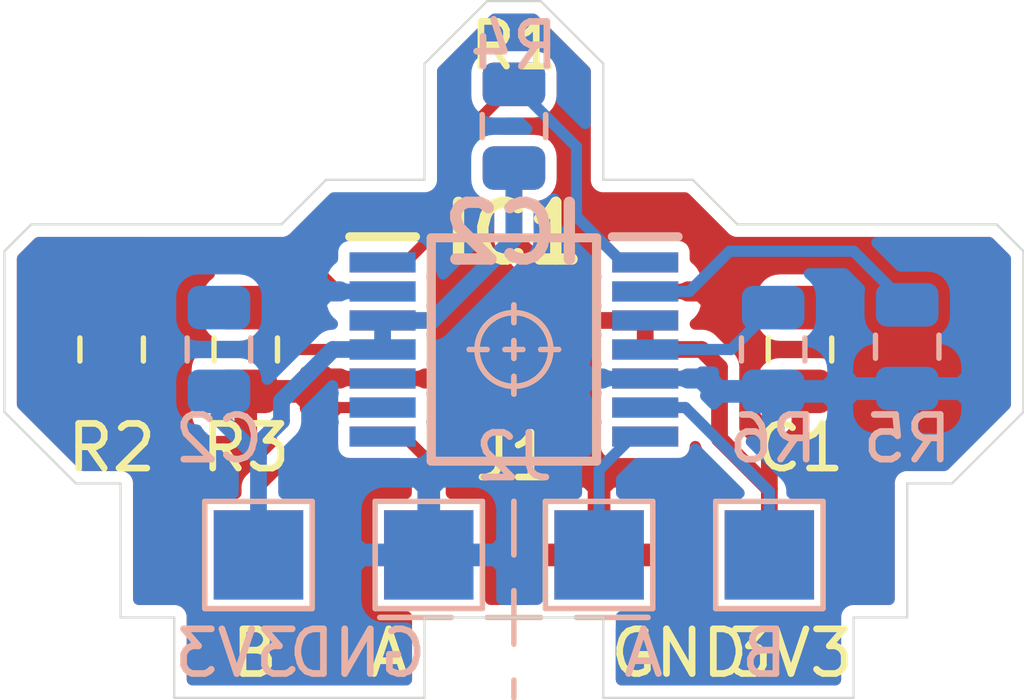
<source format=kicad_pcb>
(kicad_pcb (version 20171130) (host pcbnew "(5.1.2)-2")

  (general
    (thickness 1.6)
    (drawings 66)
    (tracks 60)
    (zones 0)
    (modules 12)
    (nets 27)
  )

  (page A4)
  (layers
    (0 F.Cu signal)
    (31 B.Cu signal)
    (32 B.Adhes user)
    (33 F.Adhes user)
    (34 B.Paste user)
    (35 F.Paste user)
    (36 B.SilkS user)
    (37 F.SilkS user)
    (38 B.Mask user)
    (39 F.Mask user)
    (40 Dwgs.User user)
    (41 Cmts.User user)
    (42 Eco1.User user)
    (43 Eco2.User user)
    (44 Edge.Cuts user)
    (45 Margin user)
    (46 B.CrtYd user)
    (47 F.CrtYd user)
    (48 B.Fab user)
    (49 F.Fab user)
  )

  (setup
    (last_trace_width 0.25)
    (user_trace_width 0.25)
    (user_trace_width 0.375)
    (user_trace_width 0.5)
    (trace_clearance 0.2)
    (zone_clearance 0.254)
    (zone_45_only no)
    (trace_min 0.2)
    (via_size 0.8)
    (via_drill 0.4)
    (via_min_size 0.4)
    (via_min_drill 0.3)
    (uvia_size 0.3)
    (uvia_drill 0.1)
    (uvias_allowed no)
    (uvia_min_size 0.2)
    (uvia_min_drill 0.1)
    (edge_width 0.05)
    (segment_width 0.2)
    (pcb_text_width 0.3)
    (pcb_text_size 1.5 1.5)
    (mod_edge_width 0.12)
    (mod_text_size 1 1)
    (mod_text_width 0.15)
    (pad_size 1.524 1.524)
    (pad_drill 0.762)
    (pad_to_mask_clearance 0.051)
    (solder_mask_min_width 0.25)
    (aux_axis_origin 0 0)
    (visible_elements 7FFFFFFF)
    (pcbplotparams
      (layerselection 0x010fc_ffffffff)
      (usegerberextensions false)
      (usegerberattributes false)
      (usegerberadvancedattributes false)
      (creategerberjobfile false)
      (excludeedgelayer true)
      (linewidth 0.100000)
      (plotframeref false)
      (viasonmask false)
      (mode 1)
      (useauxorigin false)
      (hpglpennumber 1)
      (hpglpenspeed 20)
      (hpglpendiameter 15.000000)
      (psnegative false)
      (psa4output false)
      (plotreference true)
      (plotvalue true)
      (plotinvisibletext false)
      (padsonsilk false)
      (subtractmaskfromsilk false)
      (outputformat 1)
      (mirror false)
      (drillshape 0)
      (scaleselection 1)
      (outputdirectory ""))
  )

  (net 0 "")
  (net 1 "Net-(C1-Pad2)")
  (net 2 /3V3_F)
  (net 3 "Net-(C2-Pad2)")
  (net 4 /3V3_B)
  (net 5 /INDEX_F)
  (net 6 /GND_F)
  (net 7 "Net-(IC1-Pad10)")
  (net 8 "Net-(IC1-Pad9)")
  (net 9 "Net-(IC1-Pad8)")
  (net 10 /A_F)
  (net 11 /B_F)
  (net 12 /MOSI_F)
  (net 13 "Net-(IC1-Pad3)")
  (net 14 /CS_F)
  (net 15 /INDEX_B)
  (net 16 /GND_B)
  (net 17 "Net-(IC2-Pad10)")
  (net 18 "Net-(IC2-Pad9)")
  (net 19 "Net-(IC2-Pad8)")
  (net 20 /A_B)
  (net 21 /B_B)
  (net 22 /MOSI_B)
  (net 23 "Net-(IC2-Pad3)")
  (net 24 /CS_B)
  (net 25 /CLK_F)
  (net 26 /CLK_B)

  (net_class Default "This is the default net class."
    (clearance 0.2)
    (trace_width 0.25)
    (via_dia 0.8)
    (via_drill 0.4)
    (uvia_dia 0.3)
    (uvia_drill 0.1)
    (add_net /3V3_B)
    (add_net /3V3_F)
    (add_net /A_B)
    (add_net /A_F)
    (add_net /B_B)
    (add_net /B_F)
    (add_net /CLK_B)
    (add_net /CLK_F)
    (add_net /CS_B)
    (add_net /CS_F)
    (add_net /GND_B)
    (add_net /GND_F)
    (add_net /INDEX_B)
    (add_net /INDEX_F)
    (add_net /MOSI_B)
    (add_net /MOSI_F)
    (add_net "Net-(C1-Pad2)")
    (add_net "Net-(C2-Pad2)")
    (add_net "Net-(IC1-Pad10)")
    (add_net "Net-(IC1-Pad3)")
    (add_net "Net-(IC1-Pad8)")
    (add_net "Net-(IC1-Pad9)")
    (add_net "Net-(IC2-Pad10)")
    (add_net "Net-(IC2-Pad3)")
    (add_net "Net-(IC2-Pad8)")
    (add_net "Net-(IC2-Pad9)")
  )

  (module Resistor_SMD:R_0805_2012Metric (layer B.Cu) (tedit 5B36C52B) (tstamp 5DCB3E53)
    (at 115.8 114 270)
    (descr "Resistor SMD 0805 (2012 Metric), square (rectangular) end terminal, IPC_7351 nominal, (Body size source: https://docs.google.com/spreadsheets/d/1BsfQQcO9C6DZCsRaXUlFlo91Tg2WpOkGARC1WS5S8t0/edit?usp=sharing), generated with kicad-footprint-generator")
    (tags resistor)
    (path /5DCF6F0A)
    (attr smd)
    (fp_text reference R6 (at 2 0 180) (layer B.SilkS)
      (effects (font (size 1 1) (thickness 0.15)) (justify mirror))
    )
    (fp_text value 4.7k (at 0 -1.65 90) (layer B.Fab)
      (effects (font (size 1 1) (thickness 0.15)) (justify mirror))
    )
    (fp_text user %R (at 0 0 90) (layer B.Fab)
      (effects (font (size 0.5 0.5) (thickness 0.08)) (justify mirror))
    )
    (fp_line (start 1.68 -0.95) (end -1.68 -0.95) (layer B.CrtYd) (width 0.05))
    (fp_line (start 1.68 0.95) (end 1.68 -0.95) (layer B.CrtYd) (width 0.05))
    (fp_line (start -1.68 0.95) (end 1.68 0.95) (layer B.CrtYd) (width 0.05))
    (fp_line (start -1.68 -0.95) (end -1.68 0.95) (layer B.CrtYd) (width 0.05))
    (fp_line (start -0.258578 -0.71) (end 0.258578 -0.71) (layer B.SilkS) (width 0.12))
    (fp_line (start -0.258578 0.71) (end 0.258578 0.71) (layer B.SilkS) (width 0.12))
    (fp_line (start 1 -0.6) (end -1 -0.6) (layer B.Fab) (width 0.1))
    (fp_line (start 1 0.6) (end 1 -0.6) (layer B.Fab) (width 0.1))
    (fp_line (start -1 0.6) (end 1 0.6) (layer B.Fab) (width 0.1))
    (fp_line (start -1 -0.6) (end -1 0.6) (layer B.Fab) (width 0.1))
    (pad 2 smd roundrect (at 0.9375 0 270) (size 0.975 1.4) (layers B.Cu B.Paste B.Mask) (roundrect_rratio 0.25)
      (net 16 /GND_B))
    (pad 1 smd roundrect (at -0.9375 0 270) (size 0.975 1.4) (layers B.Cu B.Paste B.Mask) (roundrect_rratio 0.25)
      (net 22 /MOSI_B))
    (model ${KISYS3DMOD}/Resistor_SMD.3dshapes/R_0805_2012Metric.wrl
      (at (xyz 0 0 0))
      (scale (xyz 1 1 1))
      (rotate (xyz 0 0 0))
    )
  )

  (module Resistor_SMD:R_0805_2012Metric (layer B.Cu) (tedit 5B36C52B) (tstamp 5DCAEE95)
    (at 118.8 113.9375 270)
    (descr "Resistor SMD 0805 (2012 Metric), square (rectangular) end terminal, IPC_7351 nominal, (Body size source: https://docs.google.com/spreadsheets/d/1BsfQQcO9C6DZCsRaXUlFlo91Tg2WpOkGARC1WS5S8t0/edit?usp=sharing), generated with kicad-footprint-generator")
    (tags resistor)
    (path /5DCF6EF9)
    (attr smd)
    (fp_text reference R5 (at 2.0625 0 180) (layer B.SilkS)
      (effects (font (size 1 1) (thickness 0.15)) (justify mirror))
    )
    (fp_text value 4.7k (at 0 -1.65 90) (layer B.Fab)
      (effects (font (size 1 1) (thickness 0.15)) (justify mirror))
    )
    (fp_text user %R (at 0 0 90) (layer B.Fab)
      (effects (font (size 0.5 0.5) (thickness 0.08)) (justify mirror))
    )
    (fp_line (start 1.68 -0.95) (end -1.68 -0.95) (layer B.CrtYd) (width 0.05))
    (fp_line (start 1.68 0.95) (end 1.68 -0.95) (layer B.CrtYd) (width 0.05))
    (fp_line (start -1.68 0.95) (end 1.68 0.95) (layer B.CrtYd) (width 0.05))
    (fp_line (start -1.68 -0.95) (end -1.68 0.95) (layer B.CrtYd) (width 0.05))
    (fp_line (start -0.258578 -0.71) (end 0.258578 -0.71) (layer B.SilkS) (width 0.12))
    (fp_line (start -0.258578 0.71) (end 0.258578 0.71) (layer B.SilkS) (width 0.12))
    (fp_line (start 1 -0.6) (end -1 -0.6) (layer B.Fab) (width 0.1))
    (fp_line (start 1 0.6) (end 1 -0.6) (layer B.Fab) (width 0.1))
    (fp_line (start -1 0.6) (end 1 0.6) (layer B.Fab) (width 0.1))
    (fp_line (start -1 -0.6) (end -1 0.6) (layer B.Fab) (width 0.1))
    (pad 2 smd roundrect (at 0.9375 0 270) (size 0.975 1.4) (layers B.Cu B.Paste B.Mask) (roundrect_rratio 0.25)
      (net 16 /GND_B))
    (pad 1 smd roundrect (at -0.9375 0 270) (size 0.975 1.4) (layers B.Cu B.Paste B.Mask) (roundrect_rratio 0.25)
      (net 26 /CLK_B))
    (model ${KISYS3DMOD}/Resistor_SMD.3dshapes/R_0805_2012Metric.wrl
      (at (xyz 0 0 0))
      (scale (xyz 1 1 1))
      (rotate (xyz 0 0 0))
    )
  )

  (module Resistor_SMD:R_0805_2012Metric (layer B.Cu) (tedit 5B36C52B) (tstamp 5DCB3E31)
    (at 110 109 90)
    (descr "Resistor SMD 0805 (2012 Metric), square (rectangular) end terminal, IPC_7351 nominal, (Body size source: https://docs.google.com/spreadsheets/d/1BsfQQcO9C6DZCsRaXUlFlo91Tg2WpOkGARC1WS5S8t0/edit?usp=sharing), generated with kicad-footprint-generator")
    (tags resistor)
    (path /5DCF6EF3)
    (attr smd)
    (fp_text reference R4 (at 1.8 0 180) (layer B.SilkS)
      (effects (font (size 1 1) (thickness 0.15)) (justify mirror))
    )
    (fp_text value 4.7k (at 0 -1.65 90) (layer B.Fab)
      (effects (font (size 1 1) (thickness 0.15)) (justify mirror))
    )
    (fp_text user %R (at 0 0 90) (layer B.Fab)
      (effects (font (size 0.5 0.5) (thickness 0.08)) (justify mirror))
    )
    (fp_line (start 1.68 -0.95) (end -1.68 -0.95) (layer B.CrtYd) (width 0.05))
    (fp_line (start 1.68 0.95) (end 1.68 -0.95) (layer B.CrtYd) (width 0.05))
    (fp_line (start -1.68 0.95) (end 1.68 0.95) (layer B.CrtYd) (width 0.05))
    (fp_line (start -1.68 -0.95) (end -1.68 0.95) (layer B.CrtYd) (width 0.05))
    (fp_line (start -0.258578 -0.71) (end 0.258578 -0.71) (layer B.SilkS) (width 0.12))
    (fp_line (start -0.258578 0.71) (end 0.258578 0.71) (layer B.SilkS) (width 0.12))
    (fp_line (start 1 -0.6) (end -1 -0.6) (layer B.Fab) (width 0.1))
    (fp_line (start 1 0.6) (end 1 -0.6) (layer B.Fab) (width 0.1))
    (fp_line (start -1 0.6) (end 1 0.6) (layer B.Fab) (width 0.1))
    (fp_line (start -1 -0.6) (end -1 0.6) (layer B.Fab) (width 0.1))
    (pad 2 smd roundrect (at 0.9375 0 90) (size 0.975 1.4) (layers B.Cu B.Paste B.Mask) (roundrect_rratio 0.25)
      (net 24 /CS_B))
    (pad 1 smd roundrect (at -0.9375 0 90) (size 0.975 1.4) (layers B.Cu B.Paste B.Mask) (roundrect_rratio 0.25)
      (net 4 /3V3_B))
    (model ${KISYS3DMOD}/Resistor_SMD.3dshapes/R_0805_2012Metric.wrl
      (at (xyz 0 0 0))
      (scale (xyz 1 1 1))
      (rotate (xyz 0 0 0))
    )
  )

  (module RS_Downloads:Connector_Pad_4x2.0x2.0mm (layer B.Cu) (tedit 5DCAD281) (tstamp 5DCB3DC0)
    (at 110 118.6)
    (descr "SMD rectangular pad as test Point, square 2.0mm side length")
    (tags "test point SMD pad rectangle square")
    (path /5DCF6F22)
    (attr virtual)
    (fp_text reference J2 (at 0 -2.2) (layer B.SilkS)
      (effects (font (size 1 1) (thickness 0.15)) (justify mirror))
    )
    (fp_text value Conn_01x04 (at 0 -3.175) (layer B.Fab)
      (effects (font (size 1 1) (thickness 0.15)) (justify mirror))
    )
    (fp_line (start 7.215 -1.5) (end 4.215 -1.5) (layer B.CrtYd) (width 0.05))
    (fp_line (start 4.215 1.5) (end 7.215 1.5) (layer B.CrtYd) (width 0.05))
    (fp_line (start 4.515 1.2) (end 6.915 1.2) (layer B.SilkS) (width 0.12))
    (fp_line (start 7.215 -1.5) (end 7.215 1.5) (layer B.CrtYd) (width 0.05))
    (fp_line (start 6.915 -1.2) (end 4.515 -1.2) (layer B.SilkS) (width 0.12))
    (fp_line (start 4.515 -1.2) (end 4.515 1.2) (layer B.SilkS) (width 0.12))
    (fp_line (start 4.215 1.5) (end 4.215 -1.5) (layer B.CrtYd) (width 0.05))
    (fp_line (start 6.915 1.2) (end 6.915 -1.2) (layer B.SilkS) (width 0.12))
    (fp_line (start 3.405 -1.5) (end 3.405 1.5) (layer B.CrtYd) (width 0.05))
    (fp_line (start 3.105 -1.2) (end 0.705 -1.2) (layer B.SilkS) (width 0.12))
    (fp_line (start 0.705 -1.2) (end 0.705 1.2) (layer B.SilkS) (width 0.12))
    (fp_line (start 3.405 -1.5) (end 0.405 -1.5) (layer B.CrtYd) (width 0.05))
    (fp_line (start 0.405 1.5) (end 3.405 1.5) (layer B.CrtYd) (width 0.05))
    (fp_line (start 0.405 1.5) (end 0.405 -1.5) (layer B.CrtYd) (width 0.05))
    (fp_line (start 0.705 1.2) (end 3.105 1.2) (layer B.SilkS) (width 0.12))
    (fp_line (start 3.105 1.2) (end 3.105 -1.2) (layer B.SilkS) (width 0.12))
    (fp_line (start -0.705 -1.2) (end -3.105 -1.2) (layer B.SilkS) (width 0.12))
    (fp_line (start -0.405 -1.5) (end -0.405 1.5) (layer B.CrtYd) (width 0.05))
    (fp_line (start -0.705 1.2) (end -0.705 -1.2) (layer B.SilkS) (width 0.12))
    (fp_line (start -0.405 -1.5) (end -3.405 -1.5) (layer B.CrtYd) (width 0.05))
    (fp_line (start -3.405 1.5) (end -3.405 -1.5) (layer B.CrtYd) (width 0.05))
    (fp_line (start -3.405 1.5) (end -0.405 1.5) (layer B.CrtYd) (width 0.05))
    (fp_line (start -3.105 1.2) (end -0.705 1.2) (layer B.SilkS) (width 0.12))
    (fp_line (start -3.105 -1.2) (end -3.105 1.2) (layer B.SilkS) (width 0.12))
    (fp_line (start -4.215 -1.5) (end -7.215 -1.5) (layer B.CrtYd) (width 0.05))
    (fp_line (start -4.215 -1.5) (end -4.215 1.5) (layer B.CrtYd) (width 0.05))
    (fp_line (start -7.215 1.5) (end -7.215 -1.5) (layer B.CrtYd) (width 0.05))
    (fp_line (start -7.215 1.5) (end -4.215 1.5) (layer B.CrtYd) (width 0.05))
    (fp_line (start -6.915 -1.2) (end -6.915 1.2) (layer B.SilkS) (width 0.12))
    (fp_line (start -4.515 -1.2) (end -6.915 -1.2) (layer B.SilkS) (width 0.12))
    (fp_line (start -4.515 1.2) (end -4.515 -1.2) (layer B.SilkS) (width 0.12))
    (fp_line (start -6.915 1.2) (end -4.515 1.2) (layer B.SilkS) (width 0.12))
    (pad 4 smd rect (at 5.715 0) (size 2 2) (layers B.Cu B.Mask)
      (net 21 /B_B))
    (pad 3 smd rect (at 1.905 0) (size 2 2) (layers B.Cu B.Mask)
      (net 20 /A_B))
    (pad 2 smd rect (at -1.905 0) (size 2 2) (layers B.Cu B.Mask)
      (net 16 /GND_B))
    (pad 1 smd rect (at -5.715 0) (size 2 2) (layers B.Cu B.Mask)
      (net 4 /3V3_B))
  )

  (module RS_Downloads:SOP65P640X120-14N (layer B.Cu) (tedit 0) (tstamp 5DCB3D4A)
    (at 110 114 180)
    (descr TSSOP-14)
    (tags "Integrated Circuit")
    (path /5DCF6EDC)
    (attr smd)
    (fp_text reference IC2 (at 0 2.6) (layer B.SilkS)
      (effects (font (size 1.27 1.27) (thickness 0.254)) (justify mirror))
    )
    (fp_text value AS5047P-ATSM (at 0 0) (layer B.SilkS) hide
      (effects (font (size 1.27 1.27) (thickness 0.254)) (justify mirror))
    )
    (fp_line (start -3.675 2.525) (end -2.2 2.525) (layer B.SilkS) (width 0.2))
    (fp_line (start -1.85 -2.5) (end -1.85 2.5) (layer B.SilkS) (width 0.2))
    (fp_line (start 1.85 -2.5) (end -1.85 -2.5) (layer B.SilkS) (width 0.2))
    (fp_line (start 1.85 2.5) (end 1.85 -2.5) (layer B.SilkS) (width 0.2))
    (fp_line (start -1.85 2.5) (end 1.85 2.5) (layer B.SilkS) (width 0.2))
    (fp_line (start -2.2 1.85) (end -1.55 2.5) (layer B.Fab) (width 0.1))
    (fp_line (start -2.2 -2.5) (end -2.2 2.5) (layer B.Fab) (width 0.1))
    (fp_line (start 2.2 -2.5) (end -2.2 -2.5) (layer B.Fab) (width 0.1))
    (fp_line (start 2.2 2.5) (end 2.2 -2.5) (layer B.Fab) (width 0.1))
    (fp_line (start -2.2 2.5) (end 2.2 2.5) (layer B.Fab) (width 0.1))
    (fp_line (start -3.925 -2.8) (end -3.925 2.8) (layer B.CrtYd) (width 0.05))
    (fp_line (start 3.925 -2.8) (end -3.925 -2.8) (layer B.CrtYd) (width 0.05))
    (fp_line (start 3.925 2.8) (end 3.925 -2.8) (layer B.CrtYd) (width 0.05))
    (fp_line (start -3.925 2.8) (end 3.925 2.8) (layer B.CrtYd) (width 0.05))
    (fp_text user %R (at 0 0) (layer B.Fab)
      (effects (font (size 1.27 1.27) (thickness 0.254)) (justify mirror))
    )
    (pad 14 smd rect (at 2.938 1.95 90) (size 0.45 1.475) (layers B.Cu B.Paste B.Mask)
      (net 15 /INDEX_B))
    (pad 13 smd rect (at 2.938 1.3 90) (size 0.45 1.475) (layers B.Cu B.Paste B.Mask)
      (net 16 /GND_B))
    (pad 12 smd rect (at 2.938 0.65 90) (size 0.45 1.475) (layers B.Cu B.Paste B.Mask)
      (net 4 /3V3_B))
    (pad 11 smd rect (at 2.938 0 90) (size 0.45 1.475) (layers B.Cu B.Paste B.Mask)
      (net 4 /3V3_B))
    (pad 10 smd rect (at 2.938 -0.65 90) (size 0.45 1.475) (layers B.Cu B.Paste B.Mask)
      (net 17 "Net-(IC2-Pad10)"))
    (pad 9 smd rect (at 2.938 -1.3 90) (size 0.45 1.475) (layers B.Cu B.Paste B.Mask)
      (net 18 "Net-(IC2-Pad9)"))
    (pad 8 smd rect (at 2.938 -1.95 90) (size 0.45 1.475) (layers B.Cu B.Paste B.Mask)
      (net 19 "Net-(IC2-Pad8)"))
    (pad 7 smd rect (at -2.938 -1.95 90) (size 0.45 1.475) (layers B.Cu B.Paste B.Mask)
      (net 20 /A_B))
    (pad 6 smd rect (at -2.938 -1.3 90) (size 0.45 1.475) (layers B.Cu B.Paste B.Mask)
      (net 21 /B_B))
    (pad 5 smd rect (at -2.938 -0.65 90) (size 0.45 1.475) (layers B.Cu B.Paste B.Mask)
      (net 16 /GND_B))
    (pad 4 smd rect (at -2.938 0 90) (size 0.45 1.475) (layers B.Cu B.Paste B.Mask)
      (net 22 /MOSI_B))
    (pad 3 smd rect (at -2.938 0.65 90) (size 0.45 1.475) (layers B.Cu B.Paste B.Mask)
      (net 23 "Net-(IC2-Pad3)"))
    (pad 2 smd rect (at -2.938 1.3 90) (size 0.45 1.475) (layers B.Cu B.Paste B.Mask)
      (net 26 /CLK_B))
    (pad 1 smd rect (at -2.938 1.95 90) (size 0.45 1.475) (layers B.Cu B.Paste B.Mask)
      (net 24 /CS_B))
    (model "C:\\Users\\Nickick\\Documents\\RS KiCad Libraries\\SamacSys_Parts.3dshapes\\AS5047P-ATSM.stp"
      (at (xyz 0 0 0))
      (scale (xyz 1 1 1))
      (rotate (xyz 0 0 0))
    )
  )

  (module Capacitor_SMD:C_0805_2012Metric (layer B.Cu) (tedit 5B36C52B) (tstamp 5DCB3CE9)
    (at 103.4 114 90)
    (descr "Capacitor SMD 0805 (2012 Metric), square (rectangular) end terminal, IPC_7351 nominal, (Body size source: https://docs.google.com/spreadsheets/d/1BsfQQcO9C6DZCsRaXUlFlo91Tg2WpOkGARC1WS5S8t0/edit?usp=sharing), generated with kicad-footprint-generator")
    (tags capacitor)
    (path /5DCF6EE2)
    (attr smd)
    (fp_text reference C2 (at -2 0 180) (layer B.SilkS)
      (effects (font (size 1 1) (thickness 0.15)) (justify mirror))
    )
    (fp_text value 100nF (at 0 -1.65 90) (layer B.Fab)
      (effects (font (size 1 1) (thickness 0.15)) (justify mirror))
    )
    (fp_text user %R (at 0 0 90) (layer B.Fab)
      (effects (font (size 0.5 0.5) (thickness 0.08)) (justify mirror))
    )
    (fp_line (start 1.68 -0.95) (end -1.68 -0.95) (layer B.CrtYd) (width 0.05))
    (fp_line (start 1.68 0.95) (end 1.68 -0.95) (layer B.CrtYd) (width 0.05))
    (fp_line (start -1.68 0.95) (end 1.68 0.95) (layer B.CrtYd) (width 0.05))
    (fp_line (start -1.68 -0.95) (end -1.68 0.95) (layer B.CrtYd) (width 0.05))
    (fp_line (start -0.258578 -0.71) (end 0.258578 -0.71) (layer B.SilkS) (width 0.12))
    (fp_line (start -0.258578 0.71) (end 0.258578 0.71) (layer B.SilkS) (width 0.12))
    (fp_line (start 1 -0.6) (end -1 -0.6) (layer B.Fab) (width 0.1))
    (fp_line (start 1 0.6) (end 1 -0.6) (layer B.Fab) (width 0.1))
    (fp_line (start -1 0.6) (end 1 0.6) (layer B.Fab) (width 0.1))
    (fp_line (start -1 -0.6) (end -1 0.6) (layer B.Fab) (width 0.1))
    (pad 2 smd roundrect (at 0.9375 0 90) (size 0.975 1.4) (layers B.Cu B.Paste B.Mask) (roundrect_rratio 0.25)
      (net 3 "Net-(C2-Pad2)"))
    (pad 1 smd roundrect (at -0.9375 0 90) (size 0.975 1.4) (layers B.Cu B.Paste B.Mask) (roundrect_rratio 0.25)
      (net 4 /3V3_B))
    (model ${KISYS3DMOD}/Capacitor_SMD.3dshapes/C_0805_2012Metric.wrl
      (at (xyz 0 0 0))
      (scale (xyz 1 1 1))
      (rotate (xyz 0 0 0))
    )
  )

  (module RS_Downloads:Connector_Pad_4x2.0x2.0mm (layer F.Cu) (tedit 5DCAD281) (tstamp 5DCB2E63)
    (at 110 118.6 180)
    (descr "SMD rectangular pad as test Point, square 2.0mm side length")
    (tags "test point SMD pad rectangle square")
    (path /5DCCCC64)
    (attr virtual)
    (fp_text reference J1 (at 0 2.2) (layer F.SilkS)
      (effects (font (size 1 1) (thickness 0.15)))
    )
    (fp_text value Conn_01x04 (at 0 3.175) (layer F.Fab)
      (effects (font (size 1 1) (thickness 0.15)))
    )
    (fp_line (start 7.215 1.5) (end 4.215 1.5) (layer F.CrtYd) (width 0.05))
    (fp_line (start 4.215 -1.5) (end 7.215 -1.5) (layer F.CrtYd) (width 0.05))
    (fp_line (start 4.515 -1.2) (end 6.915 -1.2) (layer F.SilkS) (width 0.12))
    (fp_line (start 7.215 1.5) (end 7.215 -1.5) (layer F.CrtYd) (width 0.05))
    (fp_line (start 6.915 1.2) (end 4.515 1.2) (layer F.SilkS) (width 0.12))
    (fp_line (start 4.515 1.2) (end 4.515 -1.2) (layer F.SilkS) (width 0.12))
    (fp_line (start 4.215 -1.5) (end 4.215 1.5) (layer F.CrtYd) (width 0.05))
    (fp_line (start 6.915 -1.2) (end 6.915 1.2) (layer F.SilkS) (width 0.12))
    (fp_line (start 3.405 1.5) (end 3.405 -1.5) (layer F.CrtYd) (width 0.05))
    (fp_line (start 3.105 1.2) (end 0.705 1.2) (layer F.SilkS) (width 0.12))
    (fp_line (start 0.705 1.2) (end 0.705 -1.2) (layer F.SilkS) (width 0.12))
    (fp_line (start 3.405 1.5) (end 0.405 1.5) (layer F.CrtYd) (width 0.05))
    (fp_line (start 0.405 -1.5) (end 3.405 -1.5) (layer F.CrtYd) (width 0.05))
    (fp_line (start 0.405 -1.5) (end 0.405 1.5) (layer F.CrtYd) (width 0.05))
    (fp_line (start 0.705 -1.2) (end 3.105 -1.2) (layer F.SilkS) (width 0.12))
    (fp_line (start 3.105 -1.2) (end 3.105 1.2) (layer F.SilkS) (width 0.12))
    (fp_line (start -0.705 1.2) (end -3.105 1.2) (layer F.SilkS) (width 0.12))
    (fp_line (start -0.405 1.5) (end -0.405 -1.5) (layer F.CrtYd) (width 0.05))
    (fp_line (start -0.705 -1.2) (end -0.705 1.2) (layer F.SilkS) (width 0.12))
    (fp_line (start -0.405 1.5) (end -3.405 1.5) (layer F.CrtYd) (width 0.05))
    (fp_line (start -3.405 -1.5) (end -3.405 1.5) (layer F.CrtYd) (width 0.05))
    (fp_line (start -3.405 -1.5) (end -0.405 -1.5) (layer F.CrtYd) (width 0.05))
    (fp_line (start -3.105 -1.2) (end -0.705 -1.2) (layer F.SilkS) (width 0.12))
    (fp_line (start -3.105 1.2) (end -3.105 -1.2) (layer F.SilkS) (width 0.12))
    (fp_line (start -4.215 1.5) (end -7.215 1.5) (layer F.CrtYd) (width 0.05))
    (fp_line (start -4.215 1.5) (end -4.215 -1.5) (layer F.CrtYd) (width 0.05))
    (fp_line (start -7.215 -1.5) (end -7.215 1.5) (layer F.CrtYd) (width 0.05))
    (fp_line (start -7.215 -1.5) (end -4.215 -1.5) (layer F.CrtYd) (width 0.05))
    (fp_line (start -6.915 1.2) (end -6.915 -1.2) (layer F.SilkS) (width 0.12))
    (fp_line (start -4.515 1.2) (end -6.915 1.2) (layer F.SilkS) (width 0.12))
    (fp_line (start -4.515 -1.2) (end -4.515 1.2) (layer F.SilkS) (width 0.12))
    (fp_line (start -6.915 -1.2) (end -4.515 -1.2) (layer F.SilkS) (width 0.12))
    (pad 4 smd rect (at 5.715 0 180) (size 2 2) (layers F.Cu F.Mask)
      (net 11 /B_F))
    (pad 3 smd rect (at 1.905 0 180) (size 2 2) (layers F.Cu F.Mask)
      (net 10 /A_F))
    (pad 2 smd rect (at -1.905 0 180) (size 2 2) (layers F.Cu F.Mask)
      (net 6 /GND_F))
    (pad 1 smd rect (at -5.715 0 180) (size 2 2) (layers F.Cu F.Mask)
      (net 2 /3V3_F))
  )

  (module RS_Downloads:SOP65P640X120-14N (layer F.Cu) (tedit 0) (tstamp 5DCB2FE0)
    (at 110 114)
    (descr TSSOP-14)
    (tags "Integrated Circuit")
    (path /5DCADD39)
    (attr smd)
    (fp_text reference IC1 (at 0 -2.6) (layer F.SilkS)
      (effects (font (size 1.27 1.27) (thickness 0.254)))
    )
    (fp_text value AS5047P-ATSM (at 0 0) (layer F.SilkS) hide
      (effects (font (size 1.27 1.27) (thickness 0.254)))
    )
    (fp_line (start -3.675 -2.525) (end -2.2 -2.525) (layer F.SilkS) (width 0.2))
    (fp_line (start -1.85 2.5) (end -1.85 -2.5) (layer F.SilkS) (width 0.2))
    (fp_line (start 1.85 2.5) (end -1.85 2.5) (layer F.SilkS) (width 0.2))
    (fp_line (start 1.85 -2.5) (end 1.85 2.5) (layer F.SilkS) (width 0.2))
    (fp_line (start -1.85 -2.5) (end 1.85 -2.5) (layer F.SilkS) (width 0.2))
    (fp_line (start -2.2 -1.85) (end -1.55 -2.5) (layer F.Fab) (width 0.1))
    (fp_line (start -2.2 2.5) (end -2.2 -2.5) (layer F.Fab) (width 0.1))
    (fp_line (start 2.2 2.5) (end -2.2 2.5) (layer F.Fab) (width 0.1))
    (fp_line (start 2.2 -2.5) (end 2.2 2.5) (layer F.Fab) (width 0.1))
    (fp_line (start -2.2 -2.5) (end 2.2 -2.5) (layer F.Fab) (width 0.1))
    (fp_line (start -3.925 2.8) (end -3.925 -2.8) (layer F.CrtYd) (width 0.05))
    (fp_line (start 3.925 2.8) (end -3.925 2.8) (layer F.CrtYd) (width 0.05))
    (fp_line (start 3.925 -2.8) (end 3.925 2.8) (layer F.CrtYd) (width 0.05))
    (fp_line (start -3.925 -2.8) (end 3.925 -2.8) (layer F.CrtYd) (width 0.05))
    (fp_text user %R (at 0 0) (layer F.Fab)
      (effects (font (size 1.27 1.27) (thickness 0.254)))
    )
    (pad 14 smd rect (at 2.938 -1.95 90) (size 0.45 1.475) (layers F.Cu F.Paste F.Mask)
      (net 5 /INDEX_F))
    (pad 13 smd rect (at 2.938 -1.3 90) (size 0.45 1.475) (layers F.Cu F.Paste F.Mask)
      (net 6 /GND_F))
    (pad 12 smd rect (at 2.938 -0.65 90) (size 0.45 1.475) (layers F.Cu F.Paste F.Mask)
      (net 2 /3V3_F))
    (pad 11 smd rect (at 2.938 0 90) (size 0.45 1.475) (layers F.Cu F.Paste F.Mask)
      (net 2 /3V3_F))
    (pad 10 smd rect (at 2.938 0.65 90) (size 0.45 1.475) (layers F.Cu F.Paste F.Mask)
      (net 7 "Net-(IC1-Pad10)"))
    (pad 9 smd rect (at 2.938 1.3 90) (size 0.45 1.475) (layers F.Cu F.Paste F.Mask)
      (net 8 "Net-(IC1-Pad9)"))
    (pad 8 smd rect (at 2.938 1.95 90) (size 0.45 1.475) (layers F.Cu F.Paste F.Mask)
      (net 9 "Net-(IC1-Pad8)"))
    (pad 7 smd rect (at -2.938 1.95 90) (size 0.45 1.475) (layers F.Cu F.Paste F.Mask)
      (net 10 /A_F))
    (pad 6 smd rect (at -2.938 1.3 90) (size 0.45 1.475) (layers F.Cu F.Paste F.Mask)
      (net 11 /B_F))
    (pad 5 smd rect (at -2.938 0.65 90) (size 0.45 1.475) (layers F.Cu F.Paste F.Mask)
      (net 6 /GND_F))
    (pad 4 smd rect (at -2.938 0 90) (size 0.45 1.475) (layers F.Cu F.Paste F.Mask)
      (net 12 /MOSI_F))
    (pad 3 smd rect (at -2.938 -0.65 90) (size 0.45 1.475) (layers F.Cu F.Paste F.Mask)
      (net 13 "Net-(IC1-Pad3)"))
    (pad 2 smd rect (at -2.938 -1.3 90) (size 0.45 1.475) (layers F.Cu F.Paste F.Mask)
      (net 25 /CLK_F))
    (pad 1 smd rect (at -2.938 -1.95 90) (size 0.45 1.475) (layers F.Cu F.Paste F.Mask)
      (net 14 /CS_F))
    (model "C:\\Users\\Nickick\\Documents\\RS KiCad Libraries\\SamacSys_Parts.3dshapes\\AS5047P-ATSM.stp"
      (at (xyz 0 0 0))
      (scale (xyz 1 1 1))
      (rotate (xyz 0 0 0))
    )
  )

  (module Resistor_SMD:R_0805_2012Metric (layer F.Cu) (tedit 5B36C52B) (tstamp 5DCB2BE6)
    (at 104 114 270)
    (descr "Resistor SMD 0805 (2012 Metric), square (rectangular) end terminal, IPC_7351 nominal, (Body size source: https://docs.google.com/spreadsheets/d/1BsfQQcO9C6DZCsRaXUlFlo91Tg2WpOkGARC1WS5S8t0/edit?usp=sharing), generated with kicad-footprint-generator")
    (tags resistor)
    (path /5DCC39BA)
    (attr smd)
    (fp_text reference R3 (at 2.2 0 180) (layer F.SilkS)
      (effects (font (size 1 1) (thickness 0.15)))
    )
    (fp_text value 4.7k (at 0 1.65 90) (layer F.Fab)
      (effects (font (size 1 1) (thickness 0.15)))
    )
    (fp_text user %R (at 0 0 90) (layer F.Fab)
      (effects (font (size 0.5 0.5) (thickness 0.08)))
    )
    (fp_line (start 1.68 0.95) (end -1.68 0.95) (layer F.CrtYd) (width 0.05))
    (fp_line (start 1.68 -0.95) (end 1.68 0.95) (layer F.CrtYd) (width 0.05))
    (fp_line (start -1.68 -0.95) (end 1.68 -0.95) (layer F.CrtYd) (width 0.05))
    (fp_line (start -1.68 0.95) (end -1.68 -0.95) (layer F.CrtYd) (width 0.05))
    (fp_line (start -0.258578 0.71) (end 0.258578 0.71) (layer F.SilkS) (width 0.12))
    (fp_line (start -0.258578 -0.71) (end 0.258578 -0.71) (layer F.SilkS) (width 0.12))
    (fp_line (start 1 0.6) (end -1 0.6) (layer F.Fab) (width 0.1))
    (fp_line (start 1 -0.6) (end 1 0.6) (layer F.Fab) (width 0.1))
    (fp_line (start -1 -0.6) (end 1 -0.6) (layer F.Fab) (width 0.1))
    (fp_line (start -1 0.6) (end -1 -0.6) (layer F.Fab) (width 0.1))
    (pad 2 smd roundrect (at 0.9375 0 270) (size 0.975 1.4) (layers F.Cu F.Paste F.Mask) (roundrect_rratio 0.25)
      (net 6 /GND_F))
    (pad 1 smd roundrect (at -0.9375 0 270) (size 0.975 1.4) (layers F.Cu F.Paste F.Mask) (roundrect_rratio 0.25)
      (net 12 /MOSI_F))
    (model ${KISYS3DMOD}/Resistor_SMD.3dshapes/R_0805_2012Metric.wrl
      (at (xyz 0 0 0))
      (scale (xyz 1 1 1))
      (rotate (xyz 0 0 0))
    )
  )

  (module Resistor_SMD:R_0805_2012Metric (layer F.Cu) (tedit 5B36C52B) (tstamp 5DCB2791)
    (at 101 114 270)
    (descr "Resistor SMD 0805 (2012 Metric), square (rectangular) end terminal, IPC_7351 nominal, (Body size source: https://docs.google.com/spreadsheets/d/1BsfQQcO9C6DZCsRaXUlFlo91Tg2WpOkGARC1WS5S8t0/edit?usp=sharing), generated with kicad-footprint-generator")
    (tags resistor)
    (path /5DCBC3CA)
    (attr smd)
    (fp_text reference R2 (at 2.2 0 180) (layer F.SilkS)
      (effects (font (size 1 1) (thickness 0.15)))
    )
    (fp_text value 4.7k (at 0 1.65 90) (layer F.Fab)
      (effects (font (size 1 1) (thickness 0.15)))
    )
    (fp_text user %R (at 0 0 90) (layer F.Fab)
      (effects (font (size 0.5 0.5) (thickness 0.08)))
    )
    (fp_line (start 1.68 0.95) (end -1.68 0.95) (layer F.CrtYd) (width 0.05))
    (fp_line (start 1.68 -0.95) (end 1.68 0.95) (layer F.CrtYd) (width 0.05))
    (fp_line (start -1.68 -0.95) (end 1.68 -0.95) (layer F.CrtYd) (width 0.05))
    (fp_line (start -1.68 0.95) (end -1.68 -0.95) (layer F.CrtYd) (width 0.05))
    (fp_line (start -0.258578 0.71) (end 0.258578 0.71) (layer F.SilkS) (width 0.12))
    (fp_line (start -0.258578 -0.71) (end 0.258578 -0.71) (layer F.SilkS) (width 0.12))
    (fp_line (start 1 0.6) (end -1 0.6) (layer F.Fab) (width 0.1))
    (fp_line (start 1 -0.6) (end 1 0.6) (layer F.Fab) (width 0.1))
    (fp_line (start -1 -0.6) (end 1 -0.6) (layer F.Fab) (width 0.1))
    (fp_line (start -1 0.6) (end -1 -0.6) (layer F.Fab) (width 0.1))
    (pad 2 smd roundrect (at 0.9375 0 270) (size 0.975 1.4) (layers F.Cu F.Paste F.Mask) (roundrect_rratio 0.25)
      (net 6 /GND_F))
    (pad 1 smd roundrect (at -0.9375 0 270) (size 0.975 1.4) (layers F.Cu F.Paste F.Mask) (roundrect_rratio 0.25)
      (net 25 /CLK_F))
    (model ${KISYS3DMOD}/Resistor_SMD.3dshapes/R_0805_2012Metric.wrl
      (at (xyz 0 0 0))
      (scale (xyz 1 1 1))
      (rotate (xyz 0 0 0))
    )
  )

  (module Resistor_SMD:R_0805_2012Metric (layer F.Cu) (tedit 5B36C52B) (tstamp 5DCAEC0F)
    (at 110 109 90)
    (descr "Resistor SMD 0805 (2012 Metric), square (rectangular) end terminal, IPC_7351 nominal, (Body size source: https://docs.google.com/spreadsheets/d/1BsfQQcO9C6DZCsRaXUlFlo91Tg2WpOkGARC1WS5S8t0/edit?usp=sharing), generated with kicad-footprint-generator")
    (tags resistor)
    (path /5DCBAC01)
    (attr smd)
    (fp_text reference R1 (at 1.8 0 180) (layer F.SilkS)
      (effects (font (size 1 1) (thickness 0.15)))
    )
    (fp_text value 4.7k (at 0 1.65 90) (layer F.Fab)
      (effects (font (size 1 1) (thickness 0.15)))
    )
    (fp_text user %R (at 0 0) (layer F.Fab)
      (effects (font (size 0.5 0.5) (thickness 0.08)))
    )
    (fp_line (start 1.68 0.95) (end -1.68 0.95) (layer F.CrtYd) (width 0.05))
    (fp_line (start 1.68 -0.95) (end 1.68 0.95) (layer F.CrtYd) (width 0.05))
    (fp_line (start -1.68 -0.95) (end 1.68 -0.95) (layer F.CrtYd) (width 0.05))
    (fp_line (start -1.68 0.95) (end -1.68 -0.95) (layer F.CrtYd) (width 0.05))
    (fp_line (start -0.258578 0.71) (end 0.258578 0.71) (layer F.SilkS) (width 0.12))
    (fp_line (start -0.258578 -0.71) (end 0.258578 -0.71) (layer F.SilkS) (width 0.12))
    (fp_line (start 1 0.6) (end -1 0.6) (layer F.Fab) (width 0.1))
    (fp_line (start 1 -0.6) (end 1 0.6) (layer F.Fab) (width 0.1))
    (fp_line (start -1 -0.6) (end 1 -0.6) (layer F.Fab) (width 0.1))
    (fp_line (start -1 0.6) (end -1 -0.6) (layer F.Fab) (width 0.1))
    (pad 2 smd roundrect (at 0.9375 0 90) (size 0.975 1.4) (layers F.Cu F.Paste F.Mask) (roundrect_rratio 0.25)
      (net 14 /CS_F))
    (pad 1 smd roundrect (at -0.9375 0 90) (size 0.975 1.4) (layers F.Cu F.Paste F.Mask) (roundrect_rratio 0.25)
      (net 2 /3V3_F))
    (model ${KISYS3DMOD}/Resistor_SMD.3dshapes/R_0805_2012Metric.wrl
      (at (xyz 0 0 0))
      (scale (xyz 1 1 1))
      (rotate (xyz 0 0 0))
    )
  )

  (module Capacitor_SMD:C_0805_2012Metric (layer F.Cu) (tedit 5B36C52B) (tstamp 5DCAEBC7)
    (at 116.4 114 90)
    (descr "Capacitor SMD 0805 (2012 Metric), square (rectangular) end terminal, IPC_7351 nominal, (Body size source: https://docs.google.com/spreadsheets/d/1BsfQQcO9C6DZCsRaXUlFlo91Tg2WpOkGARC1WS5S8t0/edit?usp=sharing), generated with kicad-footprint-generator")
    (tags capacitor)
    (path /5DCB5FC1)
    (attr smd)
    (fp_text reference C1 (at -2.2 0) (layer F.SilkS)
      (effects (font (size 1 1) (thickness 0.15)))
    )
    (fp_text value 100nF (at 0 1.65 90) (layer F.Fab)
      (effects (font (size 1 1) (thickness 0.15)))
    )
    (fp_text user %R (at 0 0 90) (layer F.Fab)
      (effects (font (size 0.5 0.5) (thickness 0.08)))
    )
    (fp_line (start 1.68 0.95) (end -1.68 0.95) (layer F.CrtYd) (width 0.05))
    (fp_line (start 1.68 -0.95) (end 1.68 0.95) (layer F.CrtYd) (width 0.05))
    (fp_line (start -1.68 -0.95) (end 1.68 -0.95) (layer F.CrtYd) (width 0.05))
    (fp_line (start -1.68 0.95) (end -1.68 -0.95) (layer F.CrtYd) (width 0.05))
    (fp_line (start -0.258578 0.71) (end 0.258578 0.71) (layer F.SilkS) (width 0.12))
    (fp_line (start -0.258578 -0.71) (end 0.258578 -0.71) (layer F.SilkS) (width 0.12))
    (fp_line (start 1 0.6) (end -1 0.6) (layer F.Fab) (width 0.1))
    (fp_line (start 1 -0.6) (end 1 0.6) (layer F.Fab) (width 0.1))
    (fp_line (start -1 -0.6) (end 1 -0.6) (layer F.Fab) (width 0.1))
    (fp_line (start -1 0.6) (end -1 -0.6) (layer F.Fab) (width 0.1))
    (pad 2 smd roundrect (at 0.9375 0 90) (size 0.975 1.4) (layers F.Cu F.Paste F.Mask) (roundrect_rratio 0.25)
      (net 1 "Net-(C1-Pad2)"))
    (pad 1 smd roundrect (at -0.9375 0 90) (size 0.975 1.4) (layers F.Cu F.Paste F.Mask) (roundrect_rratio 0.25)
      (net 2 /3V3_F))
    (model ${KISYS3DMOD}/Capacitor_SMD.3dshapes/C_0805_2012Metric.wrl
      (at (xyz 0 0 0))
      (scale (xyz 1 1 1))
      (rotate (xyz 0 0 0))
    )
  )

  (gr_line (start 112 121.8) (end 117.6 121.8) (layer Edge.Cuts) (width 0.05) (tstamp 5DE41FFD))
  (gr_line (start 102.4 121.8) (end 108 121.8) (layer Edge.Cuts) (width 0.05) (tstamp 5DE41FFC))
  (gr_line (start 110 121.4) (end 110 121.8) (layer F.SilkS) (width 0.12))
  (gr_line (start 110 121.4) (end 110 121.8) (layer B.SilkS) (width 0.12))
  (gr_line (start 112 120) (end 112 121.8) (layer Edge.Cuts) (width 0.05))
  (gr_line (start 110 120) (end 112 120) (layer Edge.Cuts) (width 0.05))
  (gr_line (start 108 120) (end 108 121.8) (layer Edge.Cuts) (width 0.05))
  (gr_line (start 110 120) (end 108 120) (layer Edge.Cuts) (width 0.05))
  (gr_line (start 119.8 117) (end 118.8 117) (layer Edge.Cuts) (width 0.05) (tstamp 5DCAEF38))
  (gr_line (start 120.8 111.2) (end 115 111.2) (layer Edge.Cuts) (width 0.05) (tstamp 5DCAECF6))
  (gr_line (start 121.4 111.8) (end 120.8 111.2) (layer Edge.Cuts) (width 0.05))
  (gr_line (start 121.4 115.4) (end 121.4 111.8) (layer Edge.Cuts) (width 0.05))
  (gr_line (start 119.8 117) (end 121.4 115.4) (layer Edge.Cuts) (width 0.05))
  (gr_line (start 118.8 120) (end 118.8 117) (layer Edge.Cuts) (width 0.05))
  (gr_line (start 109.4 106.2) (end 110.6 106.2) (layer Edge.Cuts) (width 0.05) (tstamp 5DCAECD8))
  (gr_line (start 108 107.6) (end 109.4 106.2) (layer Edge.Cuts) (width 0.05))
  (gr_line (start 108 110.2) (end 108 107.6) (layer Edge.Cuts) (width 0.05))
  (gr_line (start 105.8 110.2) (end 108 110.2) (layer Edge.Cuts) (width 0.05))
  (gr_line (start 104.8 111.2) (end 105.8 110.2) (layer Edge.Cuts) (width 0.05))
  (gr_line (start 99.2 111.2) (end 104.8 111.2) (layer Edge.Cuts) (width 0.05))
  (gr_line (start 98.6 111.8) (end 99.2 111.2) (layer Edge.Cuts) (width 0.05))
  (gr_line (start 98.6 115.4) (end 98.6 111.8) (layer Edge.Cuts) (width 0.05))
  (gr_line (start 98.6 115.4) (end 100.2 117) (layer Edge.Cuts) (width 0.05) (tstamp 5DCAECD7))
  (gr_line (start 101.2 117) (end 100.2 117) (layer Edge.Cuts) (width 0.05))
  (gr_line (start 101.2 118.2) (end 101.2 117) (layer Edge.Cuts) (width 0.05))
  (gr_line (start 112 107.6) (end 110.6 106.2) (layer Edge.Cuts) (width 0.05))
  (gr_line (start 112 110.2) (end 112 107.6) (layer Edge.Cuts) (width 0.05))
  (gr_line (start 114 110.2) (end 112 110.2) (layer Edge.Cuts) (width 0.05))
  (gr_line (start 115 111.2) (end 114 110.2) (layer Edge.Cuts) (width 0.05))
  (gr_line (start 111.4 120) (end 113 120) (layer B.SilkS) (width 0.12))
  (gr_line (start 107 120) (end 108.6 120) (layer B.SilkS) (width 0.12))
  (gr_line (start 109.4 120) (end 110.6 120) (layer B.SilkS) (width 0.12))
  (gr_line (start 110 119.4) (end 110 120.6) (layer B.SilkS) (width 0.12))
  (gr_line (start 110 117.4) (end 110 118.6) (layer B.SilkS) (width 0.12))
  (gr_line (start 110 115) (end 110 114.6) (layer B.SilkS) (width 0.12))
  (gr_line (start 109 114) (end 109.4 114) (layer B.SilkS) (width 0.12))
  (gr_line (start 110 113) (end 110 113.4) (layer B.SilkS) (width 0.12))
  (gr_line (start 110.6 114) (end 111 114) (layer B.SilkS) (width 0.12))
  (gr_line (start 109.8 114) (end 110.2 114) (layer B.SilkS) (width 0.12))
  (gr_line (start 110 113.8) (end 110 114.2) (layer B.SilkS) (width 0.12))
  (gr_circle (center 110 114) (end 110.8 113.8) (layer B.SilkS) (width 0.12))
  (gr_text B (at 115.6 120.8) (layer B.SilkS)
    (effects (font (size 1 1) (thickness 0.15)) (justify mirror))
  )
  (gr_text A (at 112.9 120.8) (layer B.SilkS)
    (effects (font (size 1 1) (thickness 0.15)) (justify mirror))
  )
  (gr_text GND (at 106.5 120.8) (layer B.SilkS)
    (effects (font (size 1 1) (thickness 0.15)) (justify mirror))
  )
  (gr_text 3V3 (at 103.8 120.8) (layer B.SilkS)
    (effects (font (size 1 1) (thickness 0.15)) (justify mirror))
  )
  (gr_text 3V3 (at 116.2 120.8) (layer F.SilkS)
    (effects (font (size 1 1) (thickness 0.15)))
  )
  (gr_text GND (at 113.7 120.8) (layer F.SilkS)
    (effects (font (size 1 1) (thickness 0.15)))
  )
  (gr_text A (at 107.2 120.8) (layer F.SilkS)
    (effects (font (size 1 1) (thickness 0.15)))
  )
  (gr_text B (at 104.2 120.8) (layer F.SilkS)
    (effects (font (size 1 1) (thickness 0.15)))
  )
  (gr_line (start 117.6 121.8) (end 117.6 120) (layer Edge.Cuts) (width 0.05) (tstamp 5DCB32CE))
  (gr_line (start 102.4 120) (end 102.4 121.8) (layer Edge.Cuts) (width 0.05))
  (gr_line (start 101.2 120) (end 102.4 120) (layer Edge.Cuts) (width 0.05))
  (gr_line (start 101.2 118.2) (end 101.2 120) (layer Edge.Cuts) (width 0.05))
  (gr_line (start 118.8 120) (end 117.6 120) (layer Edge.Cuts) (width 0.05) (tstamp 5DCB32C1))
  (gr_line (start 110.6 114) (end 111 114) (layer F.SilkS) (width 0.12))
  (gr_line (start 110 113.4) (end 110 113) (layer F.SilkS) (width 0.12))
  (gr_line (start 109.4 114) (end 109 114) (layer F.SilkS) (width 0.12))
  (gr_line (start 110 114.6) (end 110 115) (layer F.SilkS) (width 0.12))
  (gr_line (start 110.2 114) (end 109.8 114) (layer F.SilkS) (width 0.12))
  (gr_line (start 110 113.8) (end 110 114.2) (layer F.SilkS) (width 0.12))
  (gr_circle (center 110 114) (end 109.2 113.8) (layer F.SilkS) (width 0.12))
  (gr_line (start 110 118.6) (end 110 117.4) (layer F.SilkS) (width 0.12))
  (gr_line (start 110 120.6) (end 110 119.4) (layer F.SilkS) (width 0.12))
  (gr_line (start 111.4 120) (end 113 120) (layer F.SilkS) (width 0.12))
  (gr_line (start 108.6 120) (end 107 120) (layer F.SilkS) (width 0.12))
  (gr_line (start 110.6 120) (end 109.4 120) (layer F.SilkS) (width 0.12))

  (segment (start 112.938 113.35) (end 112.938 114) (width 0.375) (layer F.Cu) (net 2))
  (segment (start 112.938 114) (end 114.2 114) (width 0.375) (layer F.Cu) (net 2))
  (segment (start 114.2 114) (end 114.6 114.4) (width 0.375) (layer F.Cu) (net 2))
  (segment (start 114.6 114.4) (end 114.6 116) (width 0.375) (layer F.Cu) (net 2))
  (segment (start 115.715 117.115) (end 115.715 118.6) (width 0.375) (layer F.Cu) (net 2))
  (segment (start 114.6 116) (end 115.715 117.115) (width 0.375) (layer F.Cu) (net 2))
  (segment (start 115.715 117.115) (end 115.715 116.485) (width 0.375) (layer F.Cu) (net 2))
  (segment (start 115.715 116.485) (end 116.4 115.8) (width 0.375) (layer F.Cu) (net 2))
  (segment (start 116.4 115.8) (end 116.4 114.9375) (width 0.375) (layer F.Cu) (net 2))
  (segment (start 111.8255 113.35) (end 112.938 113.35) (width 0.375) (layer F.Cu) (net 2))
  (segment (start 110 111.5245) (end 111.8255 113.35) (width 0.375) (layer F.Cu) (net 2))
  (segment (start 110 109.9375) (end 110 111.5245) (width 0.375) (layer F.Cu) (net 2))
  (segment (start 107.062 114) (end 107.062 113.35) (width 0.375) (layer B.Cu) (net 4))
  (segment (start 105.9495 114) (end 105.4 114.5495) (width 0.375) (layer B.Cu) (net 4))
  (segment (start 104.285 116.715) (end 104.285 118.6) (width 0.375) (layer B.Cu) (net 4))
  (segment (start 108.1745 113.35) (end 107.062 113.35) (width 0.375) (layer B.Cu) (net 4))
  (segment (start 110 111.5245) (end 108.1745 113.35) (width 0.375) (layer B.Cu) (net 4))
  (segment (start 110 109.9375) (end 110 111.5245) (width 0.375) (layer B.Cu) (net 4))
  (segment (start 104.285 116.41) (end 104.285 116.715) (width 0.375) (layer B.Cu) (net 4))
  (segment (start 103.4 115.525) (end 104.285 116.41) (width 0.375) (layer B.Cu) (net 4))
  (segment (start 103.4 114.9375) (end 103.4 115.525) (width 0.375) (layer B.Cu) (net 4))
  (segment (start 104.285 116.41) (end 104.285 116.115) (width 0.375) (layer B.Cu) (net 4))
  (segment (start 104.285 116.115) (end 104.8 115.6) (width 0.375) (layer B.Cu) (net 4))
  (segment (start 105.9495 114) (end 107.062 114) (width 0.375) (layer B.Cu) (net 4))
  (segment (start 104.8 115.1495) (end 105.9495 114) (width 0.375) (layer B.Cu) (net 4))
  (segment (start 104.8 115.6) (end 104.8 115.1495) (width 0.375) (layer B.Cu) (net 4))
  (segment (start 107.062 115.95) (end 107.55 115.95) (width 0.25) (layer F.Cu) (net 10))
  (segment (start 108.095 116.495) (end 108.095 118.6) (width 0.25) (layer F.Cu) (net 10))
  (segment (start 107.55 115.95) (end 108.095 116.495) (width 0.25) (layer F.Cu) (net 10))
  (segment (start 104.285 117.35) (end 104.285 118.6) (width 0.25) (layer F.Cu) (net 11))
  (segment (start 104.285 117.0895) (end 104.285 117.35) (width 0.25) (layer F.Cu) (net 11))
  (segment (start 106.0745 115.3) (end 104.285 117.0895) (width 0.25) (layer F.Cu) (net 11))
  (segment (start 107.062 115.3) (end 106.0745 115.3) (width 0.25) (layer F.Cu) (net 11))
  (segment (start 104.9375 114) (end 107.062 114) (width 0.25) (layer F.Cu) (net 12))
  (segment (start 104 113.0625) (end 104.9375 114) (width 0.25) (layer F.Cu) (net 12))
  (segment (start 110 108.0625) (end 108.6 109.4625) (width 0.25) (layer F.Cu) (net 14))
  (segment (start 108.6 109.4625) (end 108.6 111.0245) (width 0.25) (layer F.Cu) (net 14))
  (segment (start 107.5745 112.05) (end 107.062 112.05) (width 0.25) (layer F.Cu) (net 14))
  (segment (start 108.6 111.0245) (end 107.5745 112.05) (width 0.25) (layer F.Cu) (net 14))
  (segment (start 112.938 115.95) (end 112.65 115.95) (width 0.25) (layer B.Cu) (net 20))
  (segment (start 111.905 116.695) (end 111.905 118.6) (width 0.25) (layer B.Cu) (net 20))
  (segment (start 112.65 115.95) (end 111.905 116.695) (width 0.25) (layer B.Cu) (net 20))
  (segment (start 115.715 117.35) (end 115.715 118.6) (width 0.25) (layer B.Cu) (net 21))
  (segment (start 115.715 117.179498) (end 115.715 117.35) (width 0.25) (layer B.Cu) (net 21))
  (segment (start 113.835502 115.3) (end 115.715 117.179498) (width 0.25) (layer B.Cu) (net 21))
  (segment (start 112.938 115.3) (end 113.835502 115.3) (width 0.25) (layer B.Cu) (net 21))
  (segment (start 114.8625 114) (end 112.938 114) (width 0.25) (layer B.Cu) (net 22))
  (segment (start 115.8 113.0625) (end 114.8625 114) (width 0.25) (layer B.Cu) (net 22))
  (segment (start 110 108.0625) (end 111.4 109.4625) (width 0.25) (layer B.Cu) (net 24))
  (segment (start 112.4255 112.05) (end 112.938 112.05) (width 0.25) (layer B.Cu) (net 24))
  (segment (start 111.4 111.0245) (end 112.4255 112.05) (width 0.25) (layer B.Cu) (net 24))
  (segment (start 111.4 109.4625) (end 111.4 111.0245) (width 0.25) (layer B.Cu) (net 24))
  (segment (start 106.0745 112.7) (end 105.1745 111.8) (width 0.25) (layer F.Cu) (net 25))
  (segment (start 107.062 112.7) (end 106.0745 112.7) (width 0.25) (layer F.Cu) (net 25))
  (segment (start 102.2625 111.8) (end 101 113.0625) (width 0.25) (layer F.Cu) (net 25))
  (segment (start 105.1745 111.8) (end 102.2625 111.8) (width 0.25) (layer F.Cu) (net 25))
  (segment (start 113.9255 112.7) (end 114.8255 111.8) (width 0.25) (layer B.Cu) (net 26))
  (segment (start 112.938 112.7) (end 113.9255 112.7) (width 0.25) (layer B.Cu) (net 26))
  (segment (start 117.6 111.8) (end 118.8 113) (width 0.25) (layer B.Cu) (net 26))
  (segment (start 114.8255 111.8) (end 117.6 111.8) (width 0.25) (layer B.Cu) (net 26))

  (zone (net 16) (net_name /GND_B) (layer B.Cu) (tstamp 5DEE9F92) (hatch edge 0.508)
    (connect_pads (clearance 0.254))
    (min_thickness 0.254)
    (fill yes (arc_segments 32) (thermal_gap 0.508) (thermal_bridge_width 0.508))
    (polygon
      (pts
        (xy 98.6 121.8) (xy 121.4 121.8) (xy 121.4 106.2) (xy 98.6 106.2)
      )
    )
    (filled_polygon
      (pts
        (xy 111.594001 107.768171) (xy 111.594 108.940909) (xy 111.07177 108.418678) (xy 111.082843 108.30625) (xy 111.082843 107.81875)
        (xy 111.070803 107.696508) (xy 111.035146 107.578963) (xy 110.977243 107.470634) (xy 110.899318 107.375682) (xy 110.804366 107.297757)
        (xy 110.696037 107.239854) (xy 110.578492 107.204197) (xy 110.45625 107.192157) (xy 109.54375 107.192157) (xy 109.421508 107.204197)
        (xy 109.303963 107.239854) (xy 109.195634 107.297757) (xy 109.100682 107.375682) (xy 109.022757 107.470634) (xy 108.964854 107.578963)
        (xy 108.929197 107.696508) (xy 108.917157 107.81875) (xy 108.917157 108.30625) (xy 108.929197 108.428492) (xy 108.964854 108.546037)
        (xy 109.022757 108.654366) (xy 109.100682 108.749318) (xy 109.195634 108.827243) (xy 109.303963 108.885146) (xy 109.421508 108.920803)
        (xy 109.54375 108.932843) (xy 110.154752 108.932843) (xy 110.289066 109.067157) (xy 109.54375 109.067157) (xy 109.421508 109.079197)
        (xy 109.303963 109.114854) (xy 109.195634 109.172757) (xy 109.100682 109.250682) (xy 109.022757 109.345634) (xy 108.964854 109.453963)
        (xy 108.929197 109.571508) (xy 108.917157 109.69375) (xy 108.917157 110.18125) (xy 108.929197 110.303492) (xy 108.964854 110.421037)
        (xy 109.022757 110.529366) (xy 109.100682 110.624318) (xy 109.195634 110.702243) (xy 109.303963 110.760146) (xy 109.421508 110.795803)
        (xy 109.431501 110.796787) (xy 109.431501 111.289018) (xy 108.412713 112.307806) (xy 108.385261 112.221979) (xy 108.324644 112.112564)
        (xy 108.243846 112.017078) (xy 108.182343 111.968134) (xy 108.182343 111.825) (xy 108.174987 111.750311) (xy 108.153201 111.678492)
        (xy 108.117822 111.612304) (xy 108.070211 111.554289) (xy 108.012196 111.506678) (xy 107.946008 111.471299) (xy 107.874189 111.449513)
        (xy 107.7995 111.442157) (xy 106.3245 111.442157) (xy 106.249811 111.449513) (xy 106.177992 111.471299) (xy 106.111804 111.506678)
        (xy 106.053789 111.554289) (xy 106.006178 111.612304) (xy 105.970799 111.678492) (xy 105.949013 111.750311) (xy 105.941657 111.825)
        (xy 105.941657 111.968134) (xy 105.880154 112.017078) (xy 105.799356 112.112564) (xy 105.738739 112.221979) (xy 105.700632 112.341117)
        (xy 105.6895 112.44325) (xy 105.84825 112.602) (xy 106.128039 112.602) (xy 106.177992 112.628701) (xy 106.249811 112.650487)
        (xy 106.3245 112.657843) (xy 107.209 112.657843) (xy 107.209 112.742157) (xy 106.3245 112.742157) (xy 106.249811 112.749513)
        (xy 106.177992 112.771299) (xy 106.128039 112.798) (xy 105.84825 112.798) (xy 105.6895 112.95675) (xy 105.700632 113.058883)
        (xy 105.738739 113.178021) (xy 105.799356 113.287436) (xy 105.880154 113.382922) (xy 105.939036 113.429781) (xy 105.921582 113.4315)
        (xy 105.921578 113.4315) (xy 105.838055 113.439726) (xy 105.730892 113.472234) (xy 105.645066 113.518109) (xy 105.632129 113.525024)
        (xy 105.606525 113.546037) (xy 105.545565 113.596065) (xy 105.527763 113.617757) (xy 104.480057 114.665463) (xy 104.470803 114.571508)
        (xy 104.435146 114.453963) (xy 104.377243 114.345634) (xy 104.299318 114.250682) (xy 104.204366 114.172757) (xy 104.096037 114.114854)
        (xy 103.978492 114.079197) (xy 103.85625 114.067157) (xy 102.94375 114.067157) (xy 102.821508 114.079197) (xy 102.703963 114.114854)
        (xy 102.595634 114.172757) (xy 102.500682 114.250682) (xy 102.422757 114.345634) (xy 102.364854 114.453963) (xy 102.329197 114.571508)
        (xy 102.317157 114.69375) (xy 102.317157 115.18125) (xy 102.329197 115.303492) (xy 102.364854 115.421037) (xy 102.422757 115.529366)
        (xy 102.500682 115.624318) (xy 102.595634 115.702243) (xy 102.703963 115.760146) (xy 102.821508 115.795803) (xy 102.904502 115.803977)
        (xy 102.925023 115.84237) (xy 102.978266 115.907246) (xy 102.978269 115.907249) (xy 102.996066 115.928935) (xy 103.017752 115.946732)
        (xy 103.7165 116.645481) (xy 103.7165 117.217157) (xy 103.285 117.217157) (xy 103.210311 117.224513) (xy 103.138492 117.246299)
        (xy 103.072304 117.281678) (xy 103.014289 117.329289) (xy 102.966678 117.387304) (xy 102.931299 117.453492) (xy 102.909513 117.525311)
        (xy 102.902157 117.6) (xy 102.902157 119.6) (xy 102.909513 119.674689) (xy 102.931299 119.746508) (xy 102.966678 119.812696)
        (xy 103.014289 119.870711) (xy 103.072304 119.918322) (xy 103.138492 119.953701) (xy 103.210311 119.975487) (xy 103.285 119.982843)
        (xy 105.285 119.982843) (xy 105.359689 119.975487) (xy 105.431508 119.953701) (xy 105.497696 119.918322) (xy 105.555711 119.870711)
        (xy 105.603322 119.812696) (xy 105.638701 119.746508) (xy 105.660487 119.674689) (xy 105.667843 119.6) (xy 105.667843 117.6)
        (xy 106.456928 117.6) (xy 106.46 118.31425) (xy 106.61875 118.473) (xy 107.968 118.473) (xy 107.968 117.12375)
        (xy 108.222 117.12375) (xy 108.222 118.473) (xy 109.57125 118.473) (xy 109.73 118.31425) (xy 109.733072 117.6)
        (xy 109.720812 117.475518) (xy 109.684502 117.35582) (xy 109.625537 117.245506) (xy 109.546185 117.148815) (xy 109.449494 117.069463)
        (xy 109.33918 117.010498) (xy 109.219482 116.974188) (xy 109.095 116.961928) (xy 108.38075 116.965) (xy 108.222 117.12375)
        (xy 107.968 117.12375) (xy 107.80925 116.965) (xy 107.095 116.961928) (xy 106.970518 116.974188) (xy 106.85082 117.010498)
        (xy 106.740506 117.069463) (xy 106.643815 117.148815) (xy 106.564463 117.245506) (xy 106.505498 117.35582) (xy 106.469188 117.475518)
        (xy 106.456928 117.6) (xy 105.667843 117.6) (xy 105.660487 117.525311) (xy 105.638701 117.453492) (xy 105.603322 117.387304)
        (xy 105.555711 117.329289) (xy 105.497696 117.281678) (xy 105.431508 117.246299) (xy 105.359689 117.224513) (xy 105.285 117.217157)
        (xy 104.8535 117.217157) (xy 104.8535 116.437919) (xy 104.85625 116.409999) (xy 104.8535 116.382078) (xy 104.8535 116.35048)
        (xy 105.182248 116.021732) (xy 105.203935 116.003935) (xy 105.221734 115.982247) (xy 105.274977 115.917371) (xy 105.327766 115.818608)
        (xy 105.340415 115.77691) (xy 105.360274 115.711445) (xy 105.3685 115.627922) (xy 105.3685 115.62792) (xy 105.37125 115.6)
        (xy 105.3685 115.57208) (xy 105.3685 115.38498) (xy 105.941657 114.811823) (xy 105.941657 114.875) (xy 105.949013 114.949689)
        (xy 105.956691 114.975) (xy 105.949013 115.000311) (xy 105.941657 115.075) (xy 105.941657 115.525) (xy 105.949013 115.599689)
        (xy 105.956691 115.625) (xy 105.949013 115.650311) (xy 105.941657 115.725) (xy 105.941657 116.175) (xy 105.949013 116.249689)
        (xy 105.970799 116.321508) (xy 106.006178 116.387696) (xy 106.053789 116.445711) (xy 106.111804 116.493322) (xy 106.177992 116.528701)
        (xy 106.249811 116.550487) (xy 106.3245 116.557843) (xy 107.7995 116.557843) (xy 107.874189 116.550487) (xy 107.946008 116.528701)
        (xy 108.012196 116.493322) (xy 108.070211 116.445711) (xy 108.117822 116.387696) (xy 108.153201 116.321508) (xy 108.174987 116.249689)
        (xy 108.182343 116.175) (xy 108.182343 115.725) (xy 108.174987 115.650311) (xy 108.167309 115.625) (xy 108.174987 115.599689)
        (xy 108.182343 115.525) (xy 108.182343 115.075) (xy 108.174987 115.000311) (xy 108.167309 114.975) (xy 108.174987 114.949689)
        (xy 108.182343 114.875) (xy 108.182343 114.425) (xy 108.174987 114.350311) (xy 108.167309 114.325) (xy 108.174987 114.299689)
        (xy 108.182343 114.225) (xy 108.182343 113.920477) (xy 108.20242 113.9185) (xy 108.202422 113.9185) (xy 108.285945 113.910274)
        (xy 108.393108 113.877766) (xy 108.453079 113.845711) (xy 108.49187 113.824977) (xy 108.534489 113.79) (xy 108.578435 113.753935)
        (xy 108.596237 113.732243) (xy 110.382249 111.946232) (xy 110.403935 111.928435) (xy 110.421734 111.906747) (xy 110.474977 111.84187)
        (xy 110.527766 111.743108) (xy 110.534651 111.72041) (xy 110.560274 111.635945) (xy 110.5685 111.552422) (xy 110.5685 111.55242)
        (xy 110.57125 111.5245) (xy 110.5685 111.49658) (xy 110.5685 110.796787) (xy 110.578492 110.795803) (xy 110.696037 110.760146)
        (xy 110.804366 110.702243) (xy 110.894001 110.628682) (xy 110.894001 110.999644) (xy 110.891553 111.0245) (xy 110.901322 111.123692)
        (xy 110.930255 111.219074) (xy 110.930256 111.219075) (xy 110.977242 111.306979) (xy 111.040474 111.384027) (xy 111.05978 111.399871)
        (xy 111.817657 112.157749) (xy 111.817657 112.275) (xy 111.825013 112.349689) (xy 111.832691 112.375) (xy 111.825013 112.400311)
        (xy 111.817657 112.475) (xy 111.817657 112.925) (xy 111.825013 112.999689) (xy 111.832691 113.025) (xy 111.825013 113.050311)
        (xy 111.817657 113.125) (xy 111.817657 113.575) (xy 111.825013 113.649689) (xy 111.832691 113.675) (xy 111.825013 113.700311)
        (xy 111.817657 113.775) (xy 111.817657 113.918134) (xy 111.756154 113.967078) (xy 111.675356 114.062564) (xy 111.614739 114.171979)
        (xy 111.576632 114.291117) (xy 111.5655 114.39325) (xy 111.72425 114.552) (xy 112.004039 114.552) (xy 112.053992 114.578701)
        (xy 112.125811 114.600487) (xy 112.2005 114.607843) (xy 113.6755 114.607843) (xy 113.750189 114.600487) (xy 113.822008 114.578701)
        (xy 113.871961 114.552) (xy 114.15175 114.552) (xy 114.19775 114.506) (xy 114.462781 114.506) (xy 114.465 114.65175)
        (xy 114.62375 114.8105) (xy 115.673 114.8105) (xy 115.673 114.7905) (xy 115.927 114.7905) (xy 115.927 114.8105)
        (xy 116.97625 114.8105) (xy 117.135 114.65175) (xy 117.138072 114.45) (xy 117.125812 114.325518) (xy 117.089502 114.20582)
        (xy 117.030537 114.095506) (xy 116.951185 113.998815) (xy 116.854494 113.919463) (xy 116.74418 113.860498) (xy 116.624482 113.824188)
        (xy 116.609845 113.822746) (xy 116.699318 113.749318) (xy 116.777243 113.654366) (xy 116.835146 113.546037) (xy 116.870803 113.428492)
        (xy 116.882843 113.30625) (xy 116.882843 112.81875) (xy 116.870803 112.696508) (xy 116.835146 112.578963) (xy 116.777243 112.470634)
        (xy 116.699318 112.375682) (xy 116.61441 112.306) (xy 117.390409 112.306) (xy 117.72823 112.643822) (xy 117.717157 112.75625)
        (xy 117.717157 113.24375) (xy 117.729197 113.365992) (xy 117.764854 113.483537) (xy 117.822757 113.591866) (xy 117.900682 113.686818)
        (xy 117.990155 113.760246) (xy 117.975518 113.761688) (xy 117.85582 113.797998) (xy 117.745506 113.856963) (xy 117.648815 113.936315)
        (xy 117.569463 114.033006) (xy 117.510498 114.14332) (xy 117.474188 114.263018) (xy 117.461928 114.3875) (xy 117.465 114.58925)
        (xy 117.62375 114.748) (xy 118.673 114.748) (xy 118.673 114.728) (xy 118.927 114.728) (xy 118.927 114.748)
        (xy 119.97625 114.748) (xy 120.135 114.58925) (xy 120.138072 114.3875) (xy 120.125812 114.263018) (xy 120.089502 114.14332)
        (xy 120.030537 114.033006) (xy 119.951185 113.936315) (xy 119.854494 113.856963) (xy 119.74418 113.797998) (xy 119.624482 113.761688)
        (xy 119.609845 113.760246) (xy 119.699318 113.686818) (xy 119.777243 113.591866) (xy 119.835146 113.483537) (xy 119.870803 113.365992)
        (xy 119.882843 113.24375) (xy 119.882843 112.75625) (xy 119.870803 112.634008) (xy 119.835146 112.516463) (xy 119.777243 112.408134)
        (xy 119.699318 112.313182) (xy 119.604366 112.235257) (xy 119.496037 112.177354) (xy 119.378492 112.141697) (xy 119.25625 112.129657)
        (xy 118.645249 112.129657) (xy 118.121591 111.606) (xy 120.631831 111.606) (xy 120.994001 111.968172) (xy 120.994 115.23183)
        (xy 119.631831 116.594) (xy 118.819941 116.594) (xy 118.8 116.592036) (xy 118.78006 116.594) (xy 118.780059 116.594)
        (xy 118.72041 116.599875) (xy 118.643879 116.62309) (xy 118.573347 116.66079) (xy 118.511526 116.711526) (xy 118.46079 116.773347)
        (xy 118.42309 116.843879) (xy 118.399875 116.92041) (xy 118.392036 117) (xy 118.394001 117.019951) (xy 118.394 119.594)
        (xy 117.619941 119.594) (xy 117.6 119.592036) (xy 117.58006 119.594) (xy 117.580059 119.594) (xy 117.52041 119.599875)
        (xy 117.443879 119.62309) (xy 117.373347 119.66079) (xy 117.311526 119.711526) (xy 117.26079 119.773347) (xy 117.22309 119.843879)
        (xy 117.199875 119.92041) (xy 117.192036 120) (xy 117.194001 120.019951) (xy 117.194 121.394) (xy 112.406 121.394)
        (xy 112.406 120.01994) (xy 112.407964 120) (xy 112.406274 119.982843) (xy 112.905 119.982843) (xy 112.979689 119.975487)
        (xy 113.051508 119.953701) (xy 113.117696 119.918322) (xy 113.175711 119.870711) (xy 113.223322 119.812696) (xy 113.258701 119.746508)
        (xy 113.280487 119.674689) (xy 113.287843 119.6) (xy 113.287843 117.6) (xy 113.280487 117.525311) (xy 113.258701 117.453492)
        (xy 113.223322 117.387304) (xy 113.175711 117.329289) (xy 113.117696 117.281678) (xy 113.051508 117.246299) (xy 112.979689 117.224513)
        (xy 112.905 117.217157) (xy 112.411 117.217157) (xy 112.411 116.904591) (xy 112.757749 116.557843) (xy 113.6755 116.557843)
        (xy 113.750189 116.550487) (xy 113.822008 116.528701) (xy 113.888196 116.493322) (xy 113.946211 116.445711) (xy 113.993822 116.387696)
        (xy 114.029201 116.321508) (xy 114.050987 116.249689) (xy 114.052656 116.232745) (xy 115.037067 117.217157) (xy 114.715 117.217157)
        (xy 114.640311 117.224513) (xy 114.568492 117.246299) (xy 114.502304 117.281678) (xy 114.444289 117.329289) (xy 114.396678 117.387304)
        (xy 114.361299 117.453492) (xy 114.339513 117.525311) (xy 114.332157 117.6) (xy 114.332157 119.6) (xy 114.339513 119.674689)
        (xy 114.361299 119.746508) (xy 114.396678 119.812696) (xy 114.444289 119.870711) (xy 114.502304 119.918322) (xy 114.568492 119.953701)
        (xy 114.640311 119.975487) (xy 114.715 119.982843) (xy 116.715 119.982843) (xy 116.789689 119.975487) (xy 116.861508 119.953701)
        (xy 116.927696 119.918322) (xy 116.985711 119.870711) (xy 117.033322 119.812696) (xy 117.068701 119.746508) (xy 117.090487 119.674689)
        (xy 117.097843 119.6) (xy 117.097843 117.6) (xy 117.090487 117.525311) (xy 117.068701 117.453492) (xy 117.033322 117.387304)
        (xy 116.985711 117.329289) (xy 116.927696 117.281678) (xy 116.861508 117.246299) (xy 116.789689 117.224513) (xy 116.715 117.217157)
        (xy 116.221 117.217157) (xy 116.221 117.204352) (xy 116.223448 117.179498) (xy 116.213678 117.080305) (xy 116.184745 116.984923)
        (xy 116.182145 116.980059) (xy 116.137759 116.897019) (xy 116.074527 116.819971) (xy 116.05522 116.804126) (xy 115.312589 116.061495)
        (xy 115.51425 116.06) (xy 115.673 115.90125) (xy 115.673 115.0645) (xy 115.927 115.0645) (xy 115.927 115.90125)
        (xy 116.08575 116.06) (xy 116.5 116.063072) (xy 116.624482 116.050812) (xy 116.74418 116.014502) (xy 116.854494 115.955537)
        (xy 116.951185 115.876185) (xy 117.030537 115.779494) (xy 117.089502 115.66918) (xy 117.125812 115.549482) (xy 117.138072 115.425)
        (xy 117.137121 115.3625) (xy 117.461928 115.3625) (xy 117.474188 115.486982) (xy 117.510498 115.60668) (xy 117.569463 115.716994)
        (xy 117.648815 115.813685) (xy 117.745506 115.893037) (xy 117.85582 115.952002) (xy 117.975518 115.988312) (xy 118.1 116.000572)
        (xy 118.51425 115.9975) (xy 118.673 115.83875) (xy 118.673 115.002) (xy 118.927 115.002) (xy 118.927 115.83875)
        (xy 119.08575 115.9975) (xy 119.5 116.000572) (xy 119.624482 115.988312) (xy 119.74418 115.952002) (xy 119.854494 115.893037)
        (xy 119.951185 115.813685) (xy 120.030537 115.716994) (xy 120.089502 115.60668) (xy 120.125812 115.486982) (xy 120.138072 115.3625)
        (xy 120.135 115.16075) (xy 119.97625 115.002) (xy 118.927 115.002) (xy 118.673 115.002) (xy 117.62375 115.002)
        (xy 117.465 115.16075) (xy 117.461928 115.3625) (xy 117.137121 115.3625) (xy 117.135 115.22325) (xy 116.97625 115.0645)
        (xy 115.927 115.0645) (xy 115.673 115.0645) (xy 114.62375 115.0645) (xy 114.469672 115.218578) (xy 114.289822 115.038729)
        (xy 114.299368 115.008883) (xy 114.3105 114.90675) (xy 114.15175 114.748) (xy 113.871961 114.748) (xy 113.822008 114.721299)
        (xy 113.750189 114.699513) (xy 113.6755 114.692157) (xy 112.2005 114.692157) (xy 112.125811 114.699513) (xy 112.053992 114.721299)
        (xy 112.004039 114.748) (xy 111.72425 114.748) (xy 111.5655 114.90675) (xy 111.576632 115.008883) (xy 111.614739 115.128021)
        (xy 111.675356 115.237436) (xy 111.756154 115.332922) (xy 111.817657 115.381866) (xy 111.817657 115.525) (xy 111.825013 115.599689)
        (xy 111.832691 115.625) (xy 111.825013 115.650311) (xy 111.817657 115.725) (xy 111.817657 116.066752) (xy 111.564785 116.319624)
        (xy 111.545473 116.335473) (xy 111.482241 116.412521) (xy 111.435255 116.500426) (xy 111.406322 116.595808) (xy 111.399 116.670147)
        (xy 111.399 116.670154) (xy 111.396553 116.695) (xy 111.399 116.719846) (xy 111.399 117.217157) (xy 110.905 117.217157)
        (xy 110.830311 117.224513) (xy 110.758492 117.246299) (xy 110.692304 117.281678) (xy 110.634289 117.329289) (xy 110.586678 117.387304)
        (xy 110.551299 117.453492) (xy 110.529513 117.525311) (xy 110.522157 117.6) (xy 110.522157 119.594) (xy 109.733046 119.594)
        (xy 109.73 118.88575) (xy 109.57125 118.727) (xy 108.222 118.727) (xy 108.222 118.747) (xy 107.968 118.747)
        (xy 107.968 118.727) (xy 106.61875 118.727) (xy 106.46 118.88575) (xy 106.456928 119.6) (xy 106.469188 119.724482)
        (xy 106.505498 119.84418) (xy 106.564463 119.954494) (xy 106.643815 120.051185) (xy 106.740506 120.130537) (xy 106.85082 120.189502)
        (xy 106.970518 120.225812) (xy 107.095 120.238072) (xy 107.594 120.235926) (xy 107.594001 121.394) (xy 102.806 121.394)
        (xy 102.806 120.01994) (xy 102.807964 120) (xy 102.800125 119.92041) (xy 102.77691 119.843879) (xy 102.73921 119.773347)
        (xy 102.688474 119.711526) (xy 102.626653 119.66079) (xy 102.556121 119.62309) (xy 102.47959 119.599875) (xy 102.419941 119.594)
        (xy 102.41994 119.594) (xy 102.4 119.592036) (xy 102.380059 119.594) (xy 101.606 119.594) (xy 101.606 117.019941)
        (xy 101.607964 117) (xy 101.600125 116.92041) (xy 101.57691 116.843879) (xy 101.53921 116.773347) (xy 101.488474 116.711526)
        (xy 101.426653 116.66079) (xy 101.356121 116.62309) (xy 101.27959 116.599875) (xy 101.219941 116.594) (xy 101.2 116.592036)
        (xy 101.18006 116.594) (xy 100.36817 116.594) (xy 99.006 115.231831) (xy 99.006 112.81875) (xy 102.317157 112.81875)
        (xy 102.317157 113.30625) (xy 102.329197 113.428492) (xy 102.364854 113.546037) (xy 102.422757 113.654366) (xy 102.500682 113.749318)
        (xy 102.595634 113.827243) (xy 102.703963 113.885146) (xy 102.821508 113.920803) (xy 102.94375 113.932843) (xy 103.85625 113.932843)
        (xy 103.978492 113.920803) (xy 104.096037 113.885146) (xy 104.204366 113.827243) (xy 104.299318 113.749318) (xy 104.377243 113.654366)
        (xy 104.435146 113.546037) (xy 104.470803 113.428492) (xy 104.482843 113.30625) (xy 104.482843 112.81875) (xy 104.470803 112.696508)
        (xy 104.435146 112.578963) (xy 104.377243 112.470634) (xy 104.299318 112.375682) (xy 104.204366 112.297757) (xy 104.096037 112.239854)
        (xy 103.978492 112.204197) (xy 103.85625 112.192157) (xy 102.94375 112.192157) (xy 102.821508 112.204197) (xy 102.703963 112.239854)
        (xy 102.595634 112.297757) (xy 102.500682 112.375682) (xy 102.422757 112.470634) (xy 102.364854 112.578963) (xy 102.329197 112.696508)
        (xy 102.317157 112.81875) (xy 99.006 112.81875) (xy 99.006 111.968169) (xy 99.368171 111.606) (xy 104.780067 111.606)
        (xy 104.8 111.607963) (xy 104.819933 111.606) (xy 104.819941 111.606) (xy 104.87959 111.600125) (xy 104.956121 111.57691)
        (xy 105.026653 111.53921) (xy 105.088474 111.488474) (xy 105.101193 111.472976) (xy 105.968171 110.606) (xy 107.980059 110.606)
        (xy 108 110.607964) (xy 108.01994 110.606) (xy 108.019941 110.606) (xy 108.07959 110.600125) (xy 108.156121 110.57691)
        (xy 108.226653 110.53921) (xy 108.288474 110.488474) (xy 108.33921 110.426653) (xy 108.37691 110.356121) (xy 108.400125 110.27959)
        (xy 108.407964 110.2) (xy 108.406 110.180059) (xy 108.406 107.768169) (xy 109.56817 106.606) (xy 110.431831 106.606)
      )
    )
  )
  (zone (net 6) (net_name /GND_F) (layer F.Cu) (tstamp 5DEE9F8F) (hatch edge 0.508)
    (connect_pads (clearance 0.254))
    (min_thickness 0.254)
    (fill yes (arc_segments 32) (thermal_gap 0.508) (thermal_bridge_width 0.508))
    (polygon
      (pts
        (xy 98.6 121.8) (xy 121.4 121.8) (xy 121.4 106.2) (xy 98.6 106.2)
      )
    )
    (filled_polygon
      (pts
        (xy 111.594001 107.768171) (xy 111.594 110.180059) (xy 111.592036 110.2) (xy 111.599875 110.27959) (xy 111.62309 110.356121)
        (xy 111.66079 110.426653) (xy 111.711526 110.488474) (xy 111.773347 110.53921) (xy 111.843879 110.57691) (xy 111.92041 110.600125)
        (xy 111.936828 110.601742) (xy 112 110.607964) (xy 112.01994 110.606) (xy 113.831831 110.606) (xy 114.698813 111.472984)
        (xy 114.711526 111.488474) (xy 114.727013 111.501184) (xy 114.727015 111.501186) (xy 114.773347 111.53921) (xy 114.843878 111.57691)
        (xy 114.92041 111.600125) (xy 115 111.607964) (xy 115.019941 111.606) (xy 120.631831 111.606) (xy 120.994001 111.968172)
        (xy 120.994 115.23183) (xy 119.631831 116.594) (xy 118.819941 116.594) (xy 118.8 116.592036) (xy 118.78006 116.594)
        (xy 118.780059 116.594) (xy 118.72041 116.599875) (xy 118.643879 116.62309) (xy 118.573347 116.66079) (xy 118.511526 116.711526)
        (xy 118.46079 116.773347) (xy 118.42309 116.843879) (xy 118.399875 116.92041) (xy 118.392036 117) (xy 118.394001 117.019951)
        (xy 118.394 119.594) (xy 117.619941 119.594) (xy 117.6 119.592036) (xy 117.58006 119.594) (xy 117.580059 119.594)
        (xy 117.52041 119.599875) (xy 117.443879 119.62309) (xy 117.373347 119.66079) (xy 117.311526 119.711526) (xy 117.26079 119.773347)
        (xy 117.22309 119.843879) (xy 117.199875 119.92041) (xy 117.192036 120) (xy 117.194001 120.019951) (xy 117.194 121.394)
        (xy 112.406 121.394) (xy 112.406 120.235926) (xy 112.905 120.238072) (xy 113.029482 120.225812) (xy 113.14918 120.189502)
        (xy 113.259494 120.130537) (xy 113.356185 120.051185) (xy 113.435537 119.954494) (xy 113.494502 119.84418) (xy 113.530812 119.724482)
        (xy 113.543072 119.6) (xy 113.54 118.88575) (xy 113.38125 118.727) (xy 112.032 118.727) (xy 112.032 118.747)
        (xy 111.778 118.747) (xy 111.778 118.727) (xy 110.42875 118.727) (xy 110.27 118.88575) (xy 110.266954 119.594)
        (xy 109.477843 119.594) (xy 109.477843 117.6) (xy 110.266928 117.6) (xy 110.27 118.31425) (xy 110.42875 118.473)
        (xy 111.778 118.473) (xy 111.778 117.12375) (xy 112.032 117.12375) (xy 112.032 118.473) (xy 113.38125 118.473)
        (xy 113.54 118.31425) (xy 113.543072 117.6) (xy 113.530812 117.475518) (xy 113.494502 117.35582) (xy 113.435537 117.245506)
        (xy 113.356185 117.148815) (xy 113.259494 117.069463) (xy 113.14918 117.010498) (xy 113.029482 116.974188) (xy 112.905 116.961928)
        (xy 112.19075 116.965) (xy 112.032 117.12375) (xy 111.778 117.12375) (xy 111.61925 116.965) (xy 110.905 116.961928)
        (xy 110.780518 116.974188) (xy 110.66082 117.010498) (xy 110.550506 117.069463) (xy 110.453815 117.148815) (xy 110.374463 117.245506)
        (xy 110.315498 117.35582) (xy 110.279188 117.475518) (xy 110.266928 117.6) (xy 109.477843 117.6) (xy 109.470487 117.525311)
        (xy 109.448701 117.453492) (xy 109.413322 117.387304) (xy 109.365711 117.329289) (xy 109.307696 117.281678) (xy 109.241508 117.246299)
        (xy 109.169689 117.224513) (xy 109.095 117.217157) (xy 108.601 117.217157) (xy 108.601 116.519845) (xy 108.603447 116.494999)
        (xy 108.601 116.470153) (xy 108.601 116.470146) (xy 108.593678 116.395807) (xy 108.589565 116.382246) (xy 108.582899 116.360274)
        (xy 108.564745 116.300425) (xy 108.517759 116.212521) (xy 108.454527 116.135473) (xy 108.43522 116.119628) (xy 108.182343 115.866751)
        (xy 108.182343 115.725) (xy 108.174987 115.650311) (xy 108.167309 115.625) (xy 108.174987 115.599689) (xy 108.182343 115.525)
        (xy 108.182343 115.381866) (xy 108.243846 115.332922) (xy 108.324644 115.237436) (xy 108.385261 115.128021) (xy 108.423368 115.008883)
        (xy 108.4345 114.90675) (xy 108.27575 114.748) (xy 107.995961 114.748) (xy 107.946008 114.721299) (xy 107.874189 114.699513)
        (xy 107.7995 114.692157) (xy 106.3245 114.692157) (xy 106.249811 114.699513) (xy 106.177992 114.721299) (xy 106.128039 114.748)
        (xy 105.84825 114.748) (xy 105.6895 114.90675) (xy 105.695658 114.96325) (xy 105.33651 115.322399) (xy 105.335 115.22325)
        (xy 105.17625 115.0645) (xy 104.127 115.0645) (xy 104.127 115.90125) (xy 104.28575 116.06) (xy 104.596603 116.062305)
        (xy 103.944785 116.714124) (xy 103.925473 116.729973) (xy 103.862241 116.807021) (xy 103.815255 116.894926) (xy 103.786322 116.990308)
        (xy 103.779 117.064647) (xy 103.779 117.064654) (xy 103.776553 117.0895) (xy 103.779 117.114346) (xy 103.779 117.217157)
        (xy 103.285 117.217157) (xy 103.210311 117.224513) (xy 103.138492 117.246299) (xy 103.072304 117.281678) (xy 103.014289 117.329289)
        (xy 102.966678 117.387304) (xy 102.931299 117.453492) (xy 102.909513 117.525311) (xy 102.902157 117.6) (xy 102.902157 119.6)
        (xy 102.909513 119.674689) (xy 102.931299 119.746508) (xy 102.966678 119.812696) (xy 103.014289 119.870711) (xy 103.072304 119.918322)
        (xy 103.138492 119.953701) (xy 103.210311 119.975487) (xy 103.285 119.982843) (xy 105.285 119.982843) (xy 105.359689 119.975487)
        (xy 105.431508 119.953701) (xy 105.497696 119.918322) (xy 105.555711 119.870711) (xy 105.603322 119.812696) (xy 105.638701 119.746508)
        (xy 105.660487 119.674689) (xy 105.667843 119.6) (xy 105.667843 117.6) (xy 105.660487 117.525311) (xy 105.638701 117.453492)
        (xy 105.603322 117.387304) (xy 105.555711 117.329289) (xy 105.497696 117.281678) (xy 105.431508 117.246299) (xy 105.359689 117.224513)
        (xy 105.285 117.217157) (xy 104.872934 117.217157) (xy 105.941657 116.148435) (xy 105.941657 116.175) (xy 105.949013 116.249689)
        (xy 105.970799 116.321508) (xy 106.006178 116.387696) (xy 106.053789 116.445711) (xy 106.111804 116.493322) (xy 106.177992 116.528701)
        (xy 106.249811 116.550487) (xy 106.3245 116.557843) (xy 107.442252 116.557843) (xy 107.589 116.704592) (xy 107.589 117.217157)
        (xy 107.095 117.217157) (xy 107.020311 117.224513) (xy 106.948492 117.246299) (xy 106.882304 117.281678) (xy 106.824289 117.329289)
        (xy 106.776678 117.387304) (xy 106.741299 117.453492) (xy 106.719513 117.525311) (xy 106.712157 117.6) (xy 106.712157 119.6)
        (xy 106.719513 119.674689) (xy 106.741299 119.746508) (xy 106.776678 119.812696) (xy 106.824289 119.870711) (xy 106.882304 119.918322)
        (xy 106.948492 119.953701) (xy 107.020311 119.975487) (xy 107.095 119.982843) (xy 107.593726 119.982843) (xy 107.592036 120)
        (xy 107.594 120.01994) (xy 107.594001 121.394) (xy 102.806 121.394) (xy 102.806 120.01994) (xy 102.807964 120)
        (xy 102.800125 119.92041) (xy 102.77691 119.843879) (xy 102.73921 119.773347) (xy 102.688474 119.711526) (xy 102.626653 119.66079)
        (xy 102.556121 119.62309) (xy 102.47959 119.599875) (xy 102.419941 119.594) (xy 102.41994 119.594) (xy 102.4 119.592036)
        (xy 102.380059 119.594) (xy 101.606 119.594) (xy 101.606 117.019941) (xy 101.607964 117) (xy 101.600125 116.92041)
        (xy 101.57691 116.843879) (xy 101.53921 116.773347) (xy 101.488474 116.711526) (xy 101.426653 116.66079) (xy 101.356121 116.62309)
        (xy 101.27959 116.599875) (xy 101.219941 116.594) (xy 101.2 116.592036) (xy 101.18006 116.594) (xy 100.36817 116.594)
        (xy 99.19917 115.425) (xy 99.661928 115.425) (xy 99.674188 115.549482) (xy 99.710498 115.66918) (xy 99.769463 115.779494)
        (xy 99.848815 115.876185) (xy 99.945506 115.955537) (xy 100.05582 116.014502) (xy 100.175518 116.050812) (xy 100.3 116.063072)
        (xy 100.71425 116.06) (xy 100.873 115.90125) (xy 100.873 115.0645) (xy 101.127 115.0645) (xy 101.127 115.90125)
        (xy 101.28575 116.06) (xy 101.7 116.063072) (xy 101.824482 116.050812) (xy 101.94418 116.014502) (xy 102.054494 115.955537)
        (xy 102.151185 115.876185) (xy 102.230537 115.779494) (xy 102.289502 115.66918) (xy 102.325812 115.549482) (xy 102.338072 115.425)
        (xy 102.661928 115.425) (xy 102.674188 115.549482) (xy 102.710498 115.66918) (xy 102.769463 115.779494) (xy 102.848815 115.876185)
        (xy 102.945506 115.955537) (xy 103.05582 116.014502) (xy 103.175518 116.050812) (xy 103.3 116.063072) (xy 103.71425 116.06)
        (xy 103.873 115.90125) (xy 103.873 115.0645) (xy 102.82375 115.0645) (xy 102.665 115.22325) (xy 102.661928 115.425)
        (xy 102.338072 115.425) (xy 102.335 115.22325) (xy 102.17625 115.0645) (xy 101.127 115.0645) (xy 100.873 115.0645)
        (xy 99.82375 115.0645) (xy 99.665 115.22325) (xy 99.661928 115.425) (xy 99.19917 115.425) (xy 99.006 115.231831)
        (xy 99.006 111.968169) (xy 99.368171 111.606) (xy 101.740908 111.606) (xy 101.154752 112.192157) (xy 100.54375 112.192157)
        (xy 100.421508 112.204197) (xy 100.303963 112.239854) (xy 100.195634 112.297757) (xy 100.100682 112.375682) (xy 100.022757 112.470634)
        (xy 99.964854 112.578963) (xy 99.929197 112.696508) (xy 99.917157 112.81875) (xy 99.917157 113.30625) (xy 99.929197 113.428492)
        (xy 99.964854 113.546037) (xy 100.022757 113.654366) (xy 100.100682 113.749318) (xy 100.190155 113.822746) (xy 100.175518 113.824188)
        (xy 100.05582 113.860498) (xy 99.945506 113.919463) (xy 99.848815 113.998815) (xy 99.769463 114.095506) (xy 99.710498 114.20582)
        (xy 99.674188 114.325518) (xy 99.661928 114.45) (xy 99.665 114.65175) (xy 99.82375 114.8105) (xy 100.873 114.8105)
        (xy 100.873 114.7905) (xy 101.127 114.7905) (xy 101.127 114.8105) (xy 102.17625 114.8105) (xy 102.335 114.65175)
        (xy 102.338072 114.45) (xy 102.325812 114.325518) (xy 102.289502 114.20582) (xy 102.230537 114.095506) (xy 102.151185 113.998815)
        (xy 102.054494 113.919463) (xy 101.94418 113.860498) (xy 101.824482 113.824188) (xy 101.809845 113.822746) (xy 101.899318 113.749318)
        (xy 101.977243 113.654366) (xy 102.035146 113.546037) (xy 102.070803 113.428492) (xy 102.082843 113.30625) (xy 102.082843 112.81875)
        (xy 102.07177 112.706322) (xy 102.472092 112.306) (xy 103.18559 112.306) (xy 103.100682 112.375682) (xy 103.022757 112.470634)
        (xy 102.964854 112.578963) (xy 102.929197 112.696508) (xy 102.917157 112.81875) (xy 102.917157 113.30625) (xy 102.929197 113.428492)
        (xy 102.964854 113.546037) (xy 103.022757 113.654366) (xy 103.100682 113.749318) (xy 103.190155 113.822746) (xy 103.175518 113.824188)
        (xy 103.05582 113.860498) (xy 102.945506 113.919463) (xy 102.848815 113.998815) (xy 102.769463 114.095506) (xy 102.710498 114.20582)
        (xy 102.674188 114.325518) (xy 102.661928 114.45) (xy 102.665 114.65175) (xy 102.82375 114.8105) (xy 103.873 114.8105)
        (xy 103.873 114.7905) (xy 104.127 114.7905) (xy 104.127 114.8105) (xy 105.17625 114.8105) (xy 105.335 114.65175)
        (xy 105.337219 114.506) (xy 105.80225 114.506) (xy 105.84825 114.552) (xy 106.128039 114.552) (xy 106.177992 114.578701)
        (xy 106.249811 114.600487) (xy 106.3245 114.607843) (xy 107.7995 114.607843) (xy 107.874189 114.600487) (xy 107.946008 114.578701)
        (xy 107.995961 114.552) (xy 108.27575 114.552) (xy 108.4345 114.39325) (xy 108.423368 114.291117) (xy 108.385261 114.171979)
        (xy 108.324644 114.062564) (xy 108.243846 113.967078) (xy 108.182343 113.918134) (xy 108.182343 113.775) (xy 108.174987 113.700311)
        (xy 108.167309 113.675) (xy 108.174987 113.649689) (xy 108.182343 113.575) (xy 108.182343 113.125) (xy 108.174987 113.050311)
        (xy 108.167309 113.025) (xy 108.174987 112.999689) (xy 108.182343 112.925) (xy 108.182343 112.475) (xy 108.174987 112.400311)
        (xy 108.167309 112.375) (xy 108.174987 112.349689) (xy 108.182343 112.275) (xy 108.182343 112.157748) (xy 108.94022 111.399872)
        (xy 108.959527 111.384027) (xy 109.022759 111.306979) (xy 109.069745 111.219075) (xy 109.098678 111.123693) (xy 109.106 111.049354)
        (xy 109.106 111.049347) (xy 109.108447 111.024501) (xy 109.106 110.999655) (xy 109.106 110.628682) (xy 109.195634 110.702243)
        (xy 109.303963 110.760146) (xy 109.421508 110.795803) (xy 109.431501 110.796787) (xy 109.431501 111.496571) (xy 109.42875 111.5245)
        (xy 109.439727 111.635945) (xy 109.472234 111.743107) (xy 109.525023 111.84187) (xy 109.578266 111.906746) (xy 109.578269 111.906749)
        (xy 109.596066 111.928435) (xy 109.617752 111.946232) (xy 111.403768 113.732249) (xy 111.421565 113.753935) (xy 111.443251 113.771732)
        (xy 111.443253 113.771734) (xy 111.50813 113.824977) (xy 111.535724 113.839726) (xy 111.606892 113.877766) (xy 111.714055 113.910274)
        (xy 111.797578 113.9185) (xy 111.79758 113.9185) (xy 111.817657 113.920477) (xy 111.817657 114.225) (xy 111.825013 114.299689)
        (xy 111.832691 114.325) (xy 111.825013 114.350311) (xy 111.817657 114.425) (xy 111.817657 114.875) (xy 111.825013 114.949689)
        (xy 111.832691 114.975) (xy 111.825013 115.000311) (xy 111.817657 115.075) (xy 111.817657 115.525) (xy 111.825013 115.599689)
        (xy 111.832691 115.625) (xy 111.825013 115.650311) (xy 111.817657 115.725) (xy 111.817657 116.175) (xy 111.825013 116.249689)
        (xy 111.846799 116.321508) (xy 111.882178 116.387696) (xy 111.929789 116.445711) (xy 111.987804 116.493322) (xy 112.053992 116.528701)
        (xy 112.125811 116.550487) (xy 112.2005 116.557843) (xy 113.6755 116.557843) (xy 113.750189 116.550487) (xy 113.822008 116.528701)
        (xy 113.888196 116.493322) (xy 113.946211 116.445711) (xy 113.993822 116.387696) (xy 114.029201 116.321508) (xy 114.050987 116.249689)
        (xy 114.058343 116.175) (xy 114.058343 116.172814) (xy 114.072234 116.218607) (xy 114.125023 116.31737) (xy 114.178266 116.382246)
        (xy 114.178269 116.382249) (xy 114.196066 116.403935) (xy 114.217752 116.421732) (xy 115.013177 117.217157) (xy 114.715 117.217157)
        (xy 114.640311 117.224513) (xy 114.568492 117.246299) (xy 114.502304 117.281678) (xy 114.444289 117.329289) (xy 114.396678 117.387304)
        (xy 114.361299 117.453492) (xy 114.339513 117.525311) (xy 114.332157 117.6) (xy 114.332157 119.6) (xy 114.339513 119.674689)
        (xy 114.361299 119.746508) (xy 114.396678 119.812696) (xy 114.444289 119.870711) (xy 114.502304 119.918322) (xy 114.568492 119.953701)
        (xy 114.640311 119.975487) (xy 114.715 119.982843) (xy 116.715 119.982843) (xy 116.789689 119.975487) (xy 116.861508 119.953701)
        (xy 116.927696 119.918322) (xy 116.985711 119.870711) (xy 117.033322 119.812696) (xy 117.068701 119.746508) (xy 117.090487 119.674689)
        (xy 117.097843 119.6) (xy 117.097843 117.6) (xy 117.090487 117.525311) (xy 117.068701 117.453492) (xy 117.033322 117.387304)
        (xy 116.985711 117.329289) (xy 116.927696 117.281678) (xy 116.861508 117.246299) (xy 116.789689 117.224513) (xy 116.715 117.217157)
        (xy 116.2835 117.217157) (xy 116.2835 117.142919) (xy 116.28625 117.114999) (xy 116.2835 117.087078) (xy 116.2835 116.72048)
        (xy 116.782243 116.221737) (xy 116.803935 116.203935) (xy 116.86012 116.135473) (xy 116.874976 116.117371) (xy 116.905641 116.06)
        (xy 116.927766 116.018608) (xy 116.960274 115.911445) (xy 116.9685 115.827922) (xy 116.9685 115.827921) (xy 116.97125 115.800001)
        (xy 116.97091 115.79655) (xy 116.978492 115.795803) (xy 117.096037 115.760146) (xy 117.204366 115.702243) (xy 117.299318 115.624318)
        (xy 117.377243 115.529366) (xy 117.435146 115.421037) (xy 117.470803 115.303492) (xy 117.482843 115.18125) (xy 117.482843 114.69375)
        (xy 117.470803 114.571508) (xy 117.435146 114.453963) (xy 117.377243 114.345634) (xy 117.299318 114.250682) (xy 117.204366 114.172757)
        (xy 117.096037 114.114854) (xy 116.978492 114.079197) (xy 116.85625 114.067157) (xy 115.94375 114.067157) (xy 115.821508 114.079197)
        (xy 115.703963 114.114854) (xy 115.595634 114.172757) (xy 115.500682 114.250682) (xy 115.422757 114.345634) (xy 115.364854 114.453963)
        (xy 115.329197 114.571508) (xy 115.317157 114.69375) (xy 115.317157 115.18125) (xy 115.329197 115.303492) (xy 115.364854 115.421037)
        (xy 115.422757 115.529366) (xy 115.500682 115.624318) (xy 115.595634 115.702243) (xy 115.659591 115.736429) (xy 115.4 115.99602)
        (xy 115.1685 115.76452) (xy 115.1685 114.427916) (xy 115.17125 114.399999) (xy 115.1685 114.372078) (xy 115.160274 114.288555)
        (xy 115.127766 114.181392) (xy 115.074977 114.082631) (xy 115.074976 114.082629) (xy 115.030079 114.027922) (xy 115.003935 113.996065)
        (xy 114.982243 113.978263) (xy 114.621737 113.617757) (xy 114.603935 113.596065) (xy 114.542975 113.546037) (xy 114.51737 113.525023)
        (xy 114.442974 113.485258) (xy 114.418608 113.472234) (xy 114.311445 113.439726) (xy 114.227922 113.4315) (xy 114.22792 113.4315)
        (xy 114.2 113.42875) (xy 114.17208 113.4315) (xy 114.058803 113.4315) (xy 114.119846 113.382922) (xy 114.200644 113.287436)
        (xy 114.261261 113.178021) (xy 114.299368 113.058883) (xy 114.3105 112.95675) (xy 114.1725 112.81875) (xy 115.317157 112.81875)
        (xy 115.317157 113.30625) (xy 115.329197 113.428492) (xy 115.364854 113.546037) (xy 115.422757 113.654366) (xy 115.500682 113.749318)
        (xy 115.595634 113.827243) (xy 115.703963 113.885146) (xy 115.821508 113.920803) (xy 115.94375 113.932843) (xy 116.85625 113.932843)
        (xy 116.978492 113.920803) (xy 117.096037 113.885146) (xy 117.204366 113.827243) (xy 117.299318 113.749318) (xy 117.377243 113.654366)
        (xy 117.435146 113.546037) (xy 117.470803 113.428492) (xy 117.482843 113.30625) (xy 117.482843 112.81875) (xy 117.470803 112.696508)
        (xy 117.435146 112.578963) (xy 117.377243 112.470634) (xy 117.299318 112.375682) (xy 117.204366 112.297757) (xy 117.096037 112.239854)
        (xy 116.978492 112.204197) (xy 116.85625 112.192157) (xy 115.94375 112.192157) (xy 115.821508 112.204197) (xy 115.703963 112.239854)
        (xy 115.595634 112.297757) (xy 115.500682 112.375682) (xy 115.422757 112.470634) (xy 115.364854 112.578963) (xy 115.329197 112.696508)
        (xy 115.317157 112.81875) (xy 114.1725 112.81875) (xy 114.15175 112.798) (xy 113.871961 112.798) (xy 113.822008 112.771299)
        (xy 113.750189 112.749513) (xy 113.6755 112.742157) (xy 112.791 112.742157) (xy 112.791 112.657843) (xy 113.6755 112.657843)
        (xy 113.750189 112.650487) (xy 113.822008 112.628701) (xy 113.871961 112.602) (xy 114.15175 112.602) (xy 114.3105 112.44325)
        (xy 114.299368 112.341117) (xy 114.261261 112.221979) (xy 114.200644 112.112564) (xy 114.119846 112.017078) (xy 114.058343 111.968134)
        (xy 114.058343 111.825) (xy 114.050987 111.750311) (xy 114.029201 111.678492) (xy 113.993822 111.612304) (xy 113.946211 111.554289)
        (xy 113.888196 111.506678) (xy 113.822008 111.471299) (xy 113.750189 111.449513) (xy 113.6755 111.442157) (xy 112.2005 111.442157)
        (xy 112.125811 111.449513) (xy 112.053992 111.471299) (xy 111.987804 111.506678) (xy 111.929789 111.554289) (xy 111.882178 111.612304)
        (xy 111.846799 111.678492) (xy 111.825013 111.750311) (xy 111.817657 111.825) (xy 111.817657 111.968134) (xy 111.756154 112.017078)
        (xy 111.675356 112.112564) (xy 111.614739 112.221979) (xy 111.587287 112.307806) (xy 110.5685 111.28902) (xy 110.5685 110.796787)
        (xy 110.578492 110.795803) (xy 110.696037 110.760146) (xy 110.804366 110.702243) (xy 110.899318 110.624318) (xy 110.977243 110.529366)
        (xy 111.035146 110.421037) (xy 111.070803 110.303492) (xy 111.082843 110.18125) (xy 111.082843 109.69375) (xy 111.070803 109.571508)
        (xy 111.035146 109.453963) (xy 110.977243 109.345634) (xy 110.899318 109.250682) (xy 110.804366 109.172757) (xy 110.696037 109.114854)
        (xy 110.578492 109.079197) (xy 110.45625 109.067157) (xy 109.710935 109.067157) (xy 109.845249 108.932843) (xy 110.45625 108.932843)
        (xy 110.578492 108.920803) (xy 110.696037 108.885146) (xy 110.804366 108.827243) (xy 110.899318 108.749318) (xy 110.977243 108.654366)
        (xy 111.035146 108.546037) (xy 111.070803 108.428492) (xy 111.082843 108.30625) (xy 111.082843 107.81875) (xy 111.070803 107.696508)
        (xy 111.035146 107.578963) (xy 110.977243 107.470634) (xy 110.899318 107.375682) (xy 110.804366 107.297757) (xy 110.696037 107.239854)
        (xy 110.578492 107.204197) (xy 110.45625 107.192157) (xy 109.54375 107.192157) (xy 109.421508 107.204197) (xy 109.303963 107.239854)
        (xy 109.195634 107.297757) (xy 109.100682 107.375682) (xy 109.022757 107.470634) (xy 108.964854 107.578963) (xy 108.929197 107.696508)
        (xy 108.917157 107.81875) (xy 108.917157 108.30625) (xy 108.92823 108.418678) (xy 108.406 108.940909) (xy 108.406 107.768169)
        (xy 109.56817 106.606) (xy 110.431831 106.606)
      )
    )
  )
)

</source>
